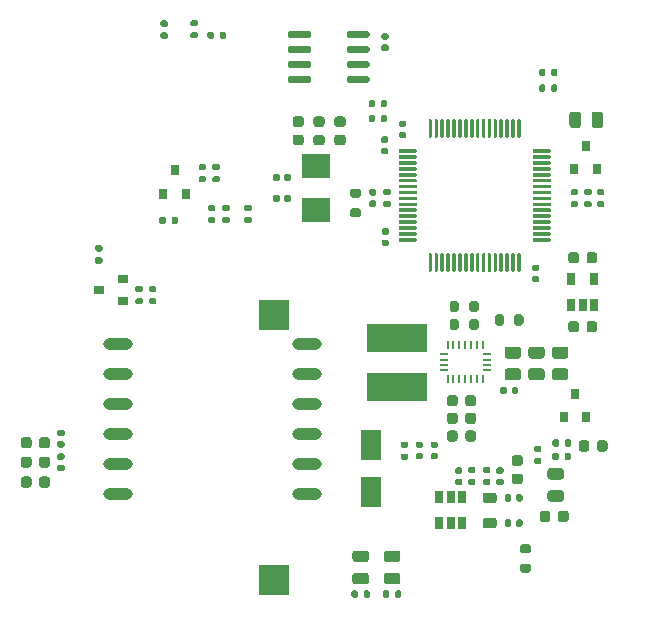
<source format=gbr>
%TF.GenerationSoftware,KiCad,Pcbnew,(5.1.9)-1*%
%TF.CreationDate,2021-03-08T10:45:14+00:00*%
%TF.ProjectId,gps_tracker_basic,6770735f-7472-4616-936b-65725f626173,1.0*%
%TF.SameCoordinates,Original*%
%TF.FileFunction,Paste,Top*%
%TF.FilePolarity,Positive*%
%FSLAX46Y46*%
G04 Gerber Fmt 4.6, Leading zero omitted, Abs format (unit mm)*
G04 Created by KiCad (PCBNEW (5.1.9)-1) date 2021-03-08 10:45:14*
%MOMM*%
%LPD*%
G01*
G04 APERTURE LIST*
%ADD10O,2.500000X1.000000*%
%ADD11R,2.500000X2.500000*%
%ADD12R,0.900000X0.800000*%
%ADD13R,5.100000X2.350000*%
%ADD14R,1.800000X2.500000*%
%ADD15R,0.800000X0.900000*%
%ADD16R,0.650000X1.060000*%
%ADD17R,0.775000X0.220000*%
%ADD18R,0.250000X0.700000*%
%ADD19R,2.400000X2.000000*%
G04 APERTURE END LIST*
%TO.C,C31*%
G36*
G01*
X144634799Y-103651000D02*
X145534801Y-103651000D01*
G75*
G02*
X145784800Y-103900999I0J-249999D01*
G01*
X145784800Y-104426001D01*
G75*
G02*
X145534801Y-104676000I-249999J0D01*
G01*
X144634799Y-104676000D01*
G75*
G02*
X144384800Y-104426001I0J249999D01*
G01*
X144384800Y-103900999D01*
G75*
G02*
X144634799Y-103651000I249999J0D01*
G01*
G37*
G36*
G01*
X144634799Y-101826000D02*
X145534801Y-101826000D01*
G75*
G02*
X145784800Y-102075999I0J-249999D01*
G01*
X145784800Y-102601001D01*
G75*
G02*
X145534801Y-102851000I-249999J0D01*
G01*
X144634799Y-102851000D01*
G75*
G02*
X144384800Y-102601001I0J249999D01*
G01*
X144384800Y-102075999D01*
G75*
G02*
X144634799Y-101826000I249999J0D01*
G01*
G37*
%TD*%
%TO.C,C30*%
G36*
G01*
X146641399Y-103651000D02*
X147541401Y-103651000D01*
G75*
G02*
X147791400Y-103900999I0J-249999D01*
G01*
X147791400Y-104426001D01*
G75*
G02*
X147541401Y-104676000I-249999J0D01*
G01*
X146641399Y-104676000D01*
G75*
G02*
X146391400Y-104426001I0J249999D01*
G01*
X146391400Y-103900999D01*
G75*
G02*
X146641399Y-103651000I249999J0D01*
G01*
G37*
G36*
G01*
X146641399Y-101826000D02*
X147541401Y-101826000D01*
G75*
G02*
X147791400Y-102075999I0J-249999D01*
G01*
X147791400Y-102601001D01*
G75*
G02*
X147541401Y-102851000I-249999J0D01*
G01*
X146641399Y-102851000D01*
G75*
G02*
X146391400Y-102601001I0J249999D01*
G01*
X146391400Y-102075999D01*
G75*
G02*
X146641399Y-101826000I249999J0D01*
G01*
G37*
%TD*%
%TO.C,C32*%
G36*
G01*
X148647999Y-103651000D02*
X149548001Y-103651000D01*
G75*
G02*
X149798000Y-103900999I0J-249999D01*
G01*
X149798000Y-104426001D01*
G75*
G02*
X149548001Y-104676000I-249999J0D01*
G01*
X148647999Y-104676000D01*
G75*
G02*
X148398000Y-104426001I0J249999D01*
G01*
X148398000Y-103900999D01*
G75*
G02*
X148647999Y-103651000I249999J0D01*
G01*
G37*
G36*
G01*
X148647999Y-101826000D02*
X149548001Y-101826000D01*
G75*
G02*
X149798000Y-102075999I0J-249999D01*
G01*
X149798000Y-102601001D01*
G75*
G02*
X149548001Y-102851000I-249999J0D01*
G01*
X148647999Y-102851000D01*
G75*
G02*
X148398000Y-102601001I0J249999D01*
G01*
X148398000Y-102075999D01*
G75*
G02*
X148647999Y-101826000I249999J0D01*
G01*
G37*
%TD*%
D10*
%TO.C,U10*%
X111672300Y-104137600D03*
X127672300Y-111757600D03*
X111672300Y-109217600D03*
X127672300Y-106677600D03*
X111672300Y-101597600D03*
X127672300Y-114297600D03*
X127672300Y-104137600D03*
X111672300Y-114297600D03*
X127672300Y-101597600D03*
X127672300Y-109217600D03*
X111672300Y-106677600D03*
X111672300Y-111757600D03*
%TD*%
D11*
%TO.C,U4*%
X124873300Y-121621700D03*
X124873300Y-99111700D03*
%TD*%
%TO.C,R33*%
G36*
G01*
X109848000Y-94255700D02*
X110218000Y-94255700D01*
G75*
G02*
X110353000Y-94390700I0J-135000D01*
G01*
X110353000Y-94660700D01*
G75*
G02*
X110218000Y-94795700I-135000J0D01*
G01*
X109848000Y-94795700D01*
G75*
G02*
X109713000Y-94660700I0J135000D01*
G01*
X109713000Y-94390700D01*
G75*
G02*
X109848000Y-94255700I135000J0D01*
G01*
G37*
G36*
G01*
X109848000Y-93235700D02*
X110218000Y-93235700D01*
G75*
G02*
X110353000Y-93370700I0J-135000D01*
G01*
X110353000Y-93640700D01*
G75*
G02*
X110218000Y-93775700I-135000J0D01*
G01*
X109848000Y-93775700D01*
G75*
G02*
X109713000Y-93640700I0J135000D01*
G01*
X109713000Y-93370700D01*
G75*
G02*
X109848000Y-93235700I135000J0D01*
G01*
G37*
%TD*%
%TO.C,R11*%
G36*
G01*
X113634300Y-97230100D02*
X113264300Y-97230100D01*
G75*
G02*
X113129300Y-97095100I0J135000D01*
G01*
X113129300Y-96825100D01*
G75*
G02*
X113264300Y-96690100I135000J0D01*
G01*
X113634300Y-96690100D01*
G75*
G02*
X113769300Y-96825100I0J-135000D01*
G01*
X113769300Y-97095100D01*
G75*
G02*
X113634300Y-97230100I-135000J0D01*
G01*
G37*
G36*
G01*
X113634300Y-98250100D02*
X113264300Y-98250100D01*
G75*
G02*
X113129300Y-98115100I0J135000D01*
G01*
X113129300Y-97845100D01*
G75*
G02*
X113264300Y-97710100I135000J0D01*
G01*
X113634300Y-97710100D01*
G75*
G02*
X113769300Y-97845100I0J-135000D01*
G01*
X113769300Y-98115100D01*
G75*
G02*
X113634300Y-98250100I-135000J0D01*
G01*
G37*
%TD*%
%TO.C,R7*%
G36*
G01*
X114777300Y-97230100D02*
X114407300Y-97230100D01*
G75*
G02*
X114272300Y-97095100I0J135000D01*
G01*
X114272300Y-96825100D01*
G75*
G02*
X114407300Y-96690100I135000J0D01*
G01*
X114777300Y-96690100D01*
G75*
G02*
X114912300Y-96825100I0J-135000D01*
G01*
X114912300Y-97095100D01*
G75*
G02*
X114777300Y-97230100I-135000J0D01*
G01*
G37*
G36*
G01*
X114777300Y-98250100D02*
X114407300Y-98250100D01*
G75*
G02*
X114272300Y-98115100I0J135000D01*
G01*
X114272300Y-97845100D01*
G75*
G02*
X114407300Y-97710100I135000J0D01*
G01*
X114777300Y-97710100D01*
G75*
G02*
X114912300Y-97845100I0J-135000D01*
G01*
X114912300Y-98115100D01*
G75*
G02*
X114777300Y-98250100I-135000J0D01*
G01*
G37*
%TD*%
D12*
%TO.C,Q4*%
X110087100Y-97025600D03*
X112087100Y-96075600D03*
X112087100Y-97975600D03*
%TD*%
%TO.C,C17*%
G36*
G01*
X104335900Y-111355200D02*
X104335900Y-111855200D01*
G75*
G02*
X104110900Y-112080200I-225000J0D01*
G01*
X103660900Y-112080200D01*
G75*
G02*
X103435900Y-111855200I0J225000D01*
G01*
X103435900Y-111355200D01*
G75*
G02*
X103660900Y-111130200I225000J0D01*
G01*
X104110900Y-111130200D01*
G75*
G02*
X104335900Y-111355200I0J-225000D01*
G01*
G37*
G36*
G01*
X105885900Y-111355200D02*
X105885900Y-111855200D01*
G75*
G02*
X105660900Y-112080200I-225000J0D01*
G01*
X105210900Y-112080200D01*
G75*
G02*
X104985900Y-111855200I0J225000D01*
G01*
X104985900Y-111355200D01*
G75*
G02*
X105210900Y-111130200I225000J0D01*
G01*
X105660900Y-111130200D01*
G75*
G02*
X105885900Y-111355200I0J-225000D01*
G01*
G37*
%TD*%
%TO.C,C33*%
G36*
G01*
X106989900Y-109424000D02*
X106649900Y-109424000D01*
G75*
G02*
X106509900Y-109284000I0J140000D01*
G01*
X106509900Y-109004000D01*
G75*
G02*
X106649900Y-108864000I140000J0D01*
G01*
X106989900Y-108864000D01*
G75*
G02*
X107129900Y-109004000I0J-140000D01*
G01*
X107129900Y-109284000D01*
G75*
G02*
X106989900Y-109424000I-140000J0D01*
G01*
G37*
G36*
G01*
X106989900Y-110384000D02*
X106649900Y-110384000D01*
G75*
G02*
X106509900Y-110244000I0J140000D01*
G01*
X106509900Y-109964000D01*
G75*
G02*
X106649900Y-109824000I140000J0D01*
G01*
X106989900Y-109824000D01*
G75*
G02*
X107129900Y-109964000I0J-140000D01*
G01*
X107129900Y-110244000D01*
G75*
G02*
X106989900Y-110384000I-140000J0D01*
G01*
G37*
%TD*%
%TO.C,C18*%
G36*
G01*
X104335900Y-113044300D02*
X104335900Y-113544300D01*
G75*
G02*
X104110900Y-113769300I-225000J0D01*
G01*
X103660900Y-113769300D01*
G75*
G02*
X103435900Y-113544300I0J225000D01*
G01*
X103435900Y-113044300D01*
G75*
G02*
X103660900Y-112819300I225000J0D01*
G01*
X104110900Y-112819300D01*
G75*
G02*
X104335900Y-113044300I0J-225000D01*
G01*
G37*
G36*
G01*
X105885900Y-113044300D02*
X105885900Y-113544300D01*
G75*
G02*
X105660900Y-113769300I-225000J0D01*
G01*
X105210900Y-113769300D01*
G75*
G02*
X104985900Y-113544300I0J225000D01*
G01*
X104985900Y-113044300D01*
G75*
G02*
X105210900Y-112819300I225000J0D01*
G01*
X105660900Y-112819300D01*
G75*
G02*
X105885900Y-113044300I0J-225000D01*
G01*
G37*
%TD*%
%TO.C,C16*%
G36*
G01*
X104335900Y-109716900D02*
X104335900Y-110216900D01*
G75*
G02*
X104110900Y-110441900I-225000J0D01*
G01*
X103660900Y-110441900D01*
G75*
G02*
X103435900Y-110216900I0J225000D01*
G01*
X103435900Y-109716900D01*
G75*
G02*
X103660900Y-109491900I225000J0D01*
G01*
X104110900Y-109491900D01*
G75*
G02*
X104335900Y-109716900I0J-225000D01*
G01*
G37*
G36*
G01*
X105885900Y-109716900D02*
X105885900Y-110216900D01*
G75*
G02*
X105660900Y-110441900I-225000J0D01*
G01*
X105210900Y-110441900D01*
G75*
G02*
X104985900Y-110216900I0J225000D01*
G01*
X104985900Y-109716900D01*
G75*
G02*
X105210900Y-109491900I225000J0D01*
G01*
X105660900Y-109491900D01*
G75*
G02*
X105885900Y-109716900I0J-225000D01*
G01*
G37*
%TD*%
%TO.C,C15*%
G36*
G01*
X106649900Y-111830600D02*
X106989900Y-111830600D01*
G75*
G02*
X107129900Y-111970600I0J-140000D01*
G01*
X107129900Y-112250600D01*
G75*
G02*
X106989900Y-112390600I-140000J0D01*
G01*
X106649900Y-112390600D01*
G75*
G02*
X106509900Y-112250600I0J140000D01*
G01*
X106509900Y-111970600D01*
G75*
G02*
X106649900Y-111830600I140000J0D01*
G01*
G37*
G36*
G01*
X106649900Y-110870600D02*
X106989900Y-110870600D01*
G75*
G02*
X107129900Y-111010600I0J-140000D01*
G01*
X107129900Y-111290600D01*
G75*
G02*
X106989900Y-111430600I-140000J0D01*
G01*
X106649900Y-111430600D01*
G75*
G02*
X106509900Y-111290600I0J140000D01*
G01*
X106509900Y-111010600D01*
G75*
G02*
X106649900Y-110870600I140000J0D01*
G01*
G37*
%TD*%
%TO.C,R2*%
G36*
G01*
X131487500Y-90087000D02*
X132037500Y-90087000D01*
G75*
G02*
X132237500Y-90287000I0J-200000D01*
G01*
X132237500Y-90687000D01*
G75*
G02*
X132037500Y-90887000I-200000J0D01*
G01*
X131487500Y-90887000D01*
G75*
G02*
X131287500Y-90687000I0J200000D01*
G01*
X131287500Y-90287000D01*
G75*
G02*
X131487500Y-90087000I200000J0D01*
G01*
G37*
G36*
G01*
X131487500Y-88437000D02*
X132037500Y-88437000D01*
G75*
G02*
X132237500Y-88637000I0J-200000D01*
G01*
X132237500Y-89037000D01*
G75*
G02*
X132037500Y-89237000I-200000J0D01*
G01*
X131487500Y-89237000D01*
G75*
G02*
X131287500Y-89037000I0J200000D01*
G01*
X131287500Y-88637000D01*
G75*
G02*
X131487500Y-88437000I200000J0D01*
G01*
G37*
%TD*%
%TO.C,R12*%
G36*
G01*
X134634000Y-122598600D02*
X134634000Y-122968600D01*
G75*
G02*
X134499000Y-123103600I-135000J0D01*
G01*
X134229000Y-123103600D01*
G75*
G02*
X134094000Y-122968600I0J135000D01*
G01*
X134094000Y-122598600D01*
G75*
G02*
X134229000Y-122463600I135000J0D01*
G01*
X134499000Y-122463600D01*
G75*
G02*
X134634000Y-122598600I0J-135000D01*
G01*
G37*
G36*
G01*
X135654000Y-122598600D02*
X135654000Y-122968600D01*
G75*
G02*
X135519000Y-123103600I-135000J0D01*
G01*
X135249000Y-123103600D01*
G75*
G02*
X135114000Y-122968600I0J135000D01*
G01*
X135114000Y-122598600D01*
G75*
G02*
X135249000Y-122463600I135000J0D01*
G01*
X135519000Y-122463600D01*
G75*
G02*
X135654000Y-122598600I0J-135000D01*
G01*
G37*
%TD*%
%TO.C,R26*%
G36*
G01*
X145902000Y-120186000D02*
X146452000Y-120186000D01*
G75*
G02*
X146652000Y-120386000I0J-200000D01*
G01*
X146652000Y-120786000D01*
G75*
G02*
X146452000Y-120986000I-200000J0D01*
G01*
X145902000Y-120986000D01*
G75*
G02*
X145702000Y-120786000I0J200000D01*
G01*
X145702000Y-120386000D01*
G75*
G02*
X145902000Y-120186000I200000J0D01*
G01*
G37*
G36*
G01*
X145902000Y-118536000D02*
X146452000Y-118536000D01*
G75*
G02*
X146652000Y-118736000I0J-200000D01*
G01*
X146652000Y-119136000D01*
G75*
G02*
X146452000Y-119336000I-200000J0D01*
G01*
X145902000Y-119336000D01*
G75*
G02*
X145702000Y-119136000I0J200000D01*
G01*
X145702000Y-118736000D01*
G75*
G02*
X145902000Y-118536000I200000J0D01*
G01*
G37*
%TD*%
D13*
%TO.C,L3*%
X135255000Y-101074400D03*
X135255000Y-105224400D03*
%TD*%
%TO.C,C21*%
G36*
G01*
X145715800Y-111917600D02*
X145215800Y-111917600D01*
G75*
G02*
X144990800Y-111692600I0J225000D01*
G01*
X144990800Y-111242600D01*
G75*
G02*
X145215800Y-111017600I225000J0D01*
G01*
X145715800Y-111017600D01*
G75*
G02*
X145940800Y-111242600I0J-225000D01*
G01*
X145940800Y-111692600D01*
G75*
G02*
X145715800Y-111917600I-225000J0D01*
G01*
G37*
G36*
G01*
X145715800Y-113467600D02*
X145215800Y-113467600D01*
G75*
G02*
X144990800Y-113242600I0J225000D01*
G01*
X144990800Y-112792600D01*
G75*
G02*
X145215800Y-112567600I225000J0D01*
G01*
X145715800Y-112567600D01*
G75*
G02*
X145940800Y-112792600I0J-225000D01*
G01*
X145940800Y-113242600D01*
G75*
G02*
X145715800Y-113467600I-225000J0D01*
G01*
G37*
%TD*%
%TO.C,C3*%
G36*
G01*
X126661100Y-83865600D02*
X127161100Y-83865600D01*
G75*
G02*
X127386100Y-84090600I0J-225000D01*
G01*
X127386100Y-84540600D01*
G75*
G02*
X127161100Y-84765600I-225000J0D01*
G01*
X126661100Y-84765600D01*
G75*
G02*
X126436100Y-84540600I0J225000D01*
G01*
X126436100Y-84090600D01*
G75*
G02*
X126661100Y-83865600I225000J0D01*
G01*
G37*
G36*
G01*
X126661100Y-82315600D02*
X127161100Y-82315600D01*
G75*
G02*
X127386100Y-82540600I0J-225000D01*
G01*
X127386100Y-82990600D01*
G75*
G02*
X127161100Y-83215600I-225000J0D01*
G01*
X126661100Y-83215600D01*
G75*
G02*
X126436100Y-82990600I0J225000D01*
G01*
X126436100Y-82540600D01*
G75*
G02*
X126661100Y-82315600I225000J0D01*
G01*
G37*
%TD*%
%TO.C,C1*%
G36*
G01*
X125339500Y-87333000D02*
X125339500Y-87673000D01*
G75*
G02*
X125199500Y-87813000I-140000J0D01*
G01*
X124919500Y-87813000D01*
G75*
G02*
X124779500Y-87673000I0J140000D01*
G01*
X124779500Y-87333000D01*
G75*
G02*
X124919500Y-87193000I140000J0D01*
G01*
X125199500Y-87193000D01*
G75*
G02*
X125339500Y-87333000I0J-140000D01*
G01*
G37*
G36*
G01*
X126299500Y-87333000D02*
X126299500Y-87673000D01*
G75*
G02*
X126159500Y-87813000I-140000J0D01*
G01*
X125879500Y-87813000D01*
G75*
G02*
X125739500Y-87673000I0J140000D01*
G01*
X125739500Y-87333000D01*
G75*
G02*
X125879500Y-87193000I140000J0D01*
G01*
X126159500Y-87193000D01*
G75*
G02*
X126299500Y-87333000I0J-140000D01*
G01*
G37*
%TD*%
%TO.C,C2*%
G36*
G01*
X125339500Y-89111000D02*
X125339500Y-89451000D01*
G75*
G02*
X125199500Y-89591000I-140000J0D01*
G01*
X124919500Y-89591000D01*
G75*
G02*
X124779500Y-89451000I0J140000D01*
G01*
X124779500Y-89111000D01*
G75*
G02*
X124919500Y-88971000I140000J0D01*
G01*
X125199500Y-88971000D01*
G75*
G02*
X125339500Y-89111000I0J-140000D01*
G01*
G37*
G36*
G01*
X126299500Y-89111000D02*
X126299500Y-89451000D01*
G75*
G02*
X126159500Y-89591000I-140000J0D01*
G01*
X125879500Y-89591000D01*
G75*
G02*
X125739500Y-89451000I0J140000D01*
G01*
X125739500Y-89111000D01*
G75*
G02*
X125879500Y-88971000I140000J0D01*
G01*
X126159500Y-88971000D01*
G75*
G02*
X126299500Y-89111000I0J-140000D01*
G01*
G37*
%TD*%
%TO.C,C4*%
G36*
G01*
X130704400Y-83228300D02*
X130204400Y-83228300D01*
G75*
G02*
X129979400Y-83003300I0J225000D01*
G01*
X129979400Y-82553300D01*
G75*
G02*
X130204400Y-82328300I225000J0D01*
G01*
X130704400Y-82328300D01*
G75*
G02*
X130929400Y-82553300I0J-225000D01*
G01*
X130929400Y-83003300D01*
G75*
G02*
X130704400Y-83228300I-225000J0D01*
G01*
G37*
G36*
G01*
X130704400Y-84778300D02*
X130204400Y-84778300D01*
G75*
G02*
X129979400Y-84553300I0J225000D01*
G01*
X129979400Y-84103300D01*
G75*
G02*
X130204400Y-83878300I225000J0D01*
G01*
X130704400Y-83878300D01*
G75*
G02*
X130929400Y-84103300I0J-225000D01*
G01*
X130929400Y-84553300D01*
G75*
G02*
X130704400Y-84778300I-225000J0D01*
G01*
G37*
%TD*%
%TO.C,C5*%
G36*
G01*
X134132500Y-92757600D02*
X134472500Y-92757600D01*
G75*
G02*
X134612500Y-92897600I0J-140000D01*
G01*
X134612500Y-93177600D01*
G75*
G02*
X134472500Y-93317600I-140000J0D01*
G01*
X134132500Y-93317600D01*
G75*
G02*
X133992500Y-93177600I0J140000D01*
G01*
X133992500Y-92897600D01*
G75*
G02*
X134132500Y-92757600I140000J0D01*
G01*
G37*
G36*
G01*
X134132500Y-91797600D02*
X134472500Y-91797600D01*
G75*
G02*
X134612500Y-91937600I0J-140000D01*
G01*
X134612500Y-92217600D01*
G75*
G02*
X134472500Y-92357600I-140000J0D01*
G01*
X134132500Y-92357600D01*
G75*
G02*
X133992500Y-92217600I0J140000D01*
G01*
X133992500Y-91937600D01*
G75*
G02*
X134132500Y-91797600I140000J0D01*
G01*
G37*
%TD*%
%TO.C,C6*%
G36*
G01*
X133063160Y-89430200D02*
X133403160Y-89430200D01*
G75*
G02*
X133543160Y-89570200I0J-140000D01*
G01*
X133543160Y-89850200D01*
G75*
G02*
X133403160Y-89990200I-140000J0D01*
G01*
X133063160Y-89990200D01*
G75*
G02*
X132923160Y-89850200I0J140000D01*
G01*
X132923160Y-89570200D01*
G75*
G02*
X133063160Y-89430200I140000J0D01*
G01*
G37*
G36*
G01*
X133063160Y-88470200D02*
X133403160Y-88470200D01*
G75*
G02*
X133543160Y-88610200I0J-140000D01*
G01*
X133543160Y-88890200D01*
G75*
G02*
X133403160Y-89030200I-140000J0D01*
G01*
X133063160Y-89030200D01*
G75*
G02*
X132923160Y-88890200I0J140000D01*
G01*
X132923160Y-88610200D01*
G75*
G02*
X133063160Y-88470200I140000J0D01*
G01*
G37*
%TD*%
%TO.C,C7*%
G36*
G01*
X135593000Y-83639000D02*
X135933000Y-83639000D01*
G75*
G02*
X136073000Y-83779000I0J-140000D01*
G01*
X136073000Y-84059000D01*
G75*
G02*
X135933000Y-84199000I-140000J0D01*
G01*
X135593000Y-84199000D01*
G75*
G02*
X135453000Y-84059000I0J140000D01*
G01*
X135453000Y-83779000D01*
G75*
G02*
X135593000Y-83639000I140000J0D01*
G01*
G37*
G36*
G01*
X135593000Y-82679000D02*
X135933000Y-82679000D01*
G75*
G02*
X136073000Y-82819000I0J-140000D01*
G01*
X136073000Y-83099000D01*
G75*
G02*
X135933000Y-83239000I-140000J0D01*
G01*
X135593000Y-83239000D01*
G75*
G02*
X135453000Y-83099000I0J140000D01*
G01*
X135453000Y-82819000D01*
G75*
G02*
X135593000Y-82679000I140000J0D01*
G01*
G37*
%TD*%
%TO.C,C8*%
G36*
G01*
X134409000Y-84585200D02*
X134069000Y-84585200D01*
G75*
G02*
X133929000Y-84445200I0J140000D01*
G01*
X133929000Y-84165200D01*
G75*
G02*
X134069000Y-84025200I140000J0D01*
G01*
X134409000Y-84025200D01*
G75*
G02*
X134549000Y-84165200I0J-140000D01*
G01*
X134549000Y-84445200D01*
G75*
G02*
X134409000Y-84585200I-140000J0D01*
G01*
G37*
G36*
G01*
X134409000Y-85545200D02*
X134069000Y-85545200D01*
G75*
G02*
X133929000Y-85405200I0J140000D01*
G01*
X133929000Y-85125200D01*
G75*
G02*
X134069000Y-84985200I140000J0D01*
G01*
X134409000Y-84985200D01*
G75*
G02*
X134549000Y-85125200I0J-140000D01*
G01*
X134549000Y-85405200D01*
G75*
G02*
X134409000Y-85545200I-140000J0D01*
G01*
G37*
%TD*%
%TO.C,C9*%
G36*
G01*
X146845200Y-95831000D02*
X147185200Y-95831000D01*
G75*
G02*
X147325200Y-95971000I0J-140000D01*
G01*
X147325200Y-96251000D01*
G75*
G02*
X147185200Y-96391000I-140000J0D01*
G01*
X146845200Y-96391000D01*
G75*
G02*
X146705200Y-96251000I0J140000D01*
G01*
X146705200Y-95971000D01*
G75*
G02*
X146845200Y-95831000I140000J0D01*
G01*
G37*
G36*
G01*
X146845200Y-94871000D02*
X147185200Y-94871000D01*
G75*
G02*
X147325200Y-95011000I0J-140000D01*
G01*
X147325200Y-95291000D01*
G75*
G02*
X147185200Y-95431000I-140000J0D01*
G01*
X146845200Y-95431000D01*
G75*
G02*
X146705200Y-95291000I0J140000D01*
G01*
X146705200Y-95011000D01*
G75*
G02*
X146845200Y-94871000I140000J0D01*
G01*
G37*
%TD*%
%TO.C,C10*%
G36*
G01*
X144162600Y-112601400D02*
X143822600Y-112601400D01*
G75*
G02*
X143682600Y-112461400I0J140000D01*
G01*
X143682600Y-112181400D01*
G75*
G02*
X143822600Y-112041400I140000J0D01*
G01*
X144162600Y-112041400D01*
G75*
G02*
X144302600Y-112181400I0J-140000D01*
G01*
X144302600Y-112461400D01*
G75*
G02*
X144162600Y-112601400I-140000J0D01*
G01*
G37*
G36*
G01*
X144162600Y-113561400D02*
X143822600Y-113561400D01*
G75*
G02*
X143682600Y-113421400I0J140000D01*
G01*
X143682600Y-113141400D01*
G75*
G02*
X143822600Y-113001400I140000J0D01*
G01*
X144162600Y-113001400D01*
G75*
G02*
X144302600Y-113141400I0J-140000D01*
G01*
X144302600Y-113421400D01*
G75*
G02*
X144162600Y-113561400I-140000J0D01*
G01*
G37*
%TD*%
%TO.C,C11*%
G36*
G01*
X140682800Y-112601400D02*
X140342800Y-112601400D01*
G75*
G02*
X140202800Y-112461400I0J140000D01*
G01*
X140202800Y-112181400D01*
G75*
G02*
X140342800Y-112041400I140000J0D01*
G01*
X140682800Y-112041400D01*
G75*
G02*
X140822800Y-112181400I0J-140000D01*
G01*
X140822800Y-112461400D01*
G75*
G02*
X140682800Y-112601400I-140000J0D01*
G01*
G37*
G36*
G01*
X140682800Y-113561400D02*
X140342800Y-113561400D01*
G75*
G02*
X140202800Y-113421400I0J140000D01*
G01*
X140202800Y-113141400D01*
G75*
G02*
X140342800Y-113001400I140000J0D01*
G01*
X140682800Y-113001400D01*
G75*
G02*
X140822800Y-113141400I0J-140000D01*
G01*
X140822800Y-113421400D01*
G75*
G02*
X140682800Y-113561400I-140000J0D01*
G01*
G37*
%TD*%
%TO.C,C12*%
G36*
G01*
X138600000Y-110417000D02*
X138260000Y-110417000D01*
G75*
G02*
X138120000Y-110277000I0J140000D01*
G01*
X138120000Y-109997000D01*
G75*
G02*
X138260000Y-109857000I140000J0D01*
G01*
X138600000Y-109857000D01*
G75*
G02*
X138740000Y-109997000I0J-140000D01*
G01*
X138740000Y-110277000D01*
G75*
G02*
X138600000Y-110417000I-140000J0D01*
G01*
G37*
G36*
G01*
X138600000Y-111377000D02*
X138260000Y-111377000D01*
G75*
G02*
X138120000Y-111237000I0J140000D01*
G01*
X138120000Y-110957000D01*
G75*
G02*
X138260000Y-110817000I140000J0D01*
G01*
X138600000Y-110817000D01*
G75*
G02*
X138740000Y-110957000I0J-140000D01*
G01*
X138740000Y-111237000D01*
G75*
G02*
X138600000Y-111377000I-140000J0D01*
G01*
G37*
%TD*%
%TO.C,C13*%
G36*
G01*
X137330000Y-110417000D02*
X136990000Y-110417000D01*
G75*
G02*
X136850000Y-110277000I0J140000D01*
G01*
X136850000Y-109997000D01*
G75*
G02*
X136990000Y-109857000I140000J0D01*
G01*
X137330000Y-109857000D01*
G75*
G02*
X137470000Y-109997000I0J-140000D01*
G01*
X137470000Y-110277000D01*
G75*
G02*
X137330000Y-110417000I-140000J0D01*
G01*
G37*
G36*
G01*
X137330000Y-111377000D02*
X136990000Y-111377000D01*
G75*
G02*
X136850000Y-111237000I0J140000D01*
G01*
X136850000Y-110957000D01*
G75*
G02*
X136990000Y-110817000I140000J0D01*
G01*
X137330000Y-110817000D01*
G75*
G02*
X137470000Y-110957000I0J-140000D01*
G01*
X137470000Y-111237000D01*
G75*
G02*
X137330000Y-111377000I-140000J0D01*
G01*
G37*
%TD*%
%TO.C,C14*%
G36*
G01*
X134094400Y-76234900D02*
X134434400Y-76234900D01*
G75*
G02*
X134574400Y-76374900I0J-140000D01*
G01*
X134574400Y-76654900D01*
G75*
G02*
X134434400Y-76794900I-140000J0D01*
G01*
X134094400Y-76794900D01*
G75*
G02*
X133954400Y-76654900I0J140000D01*
G01*
X133954400Y-76374900D01*
G75*
G02*
X134094400Y-76234900I140000J0D01*
G01*
G37*
G36*
G01*
X134094400Y-75274900D02*
X134434400Y-75274900D01*
G75*
G02*
X134574400Y-75414900I0J-140000D01*
G01*
X134574400Y-75694900D01*
G75*
G02*
X134434400Y-75834900I-140000J0D01*
G01*
X134094400Y-75834900D01*
G75*
G02*
X133954400Y-75694900I0J140000D01*
G01*
X133954400Y-75414900D01*
G75*
G02*
X134094400Y-75274900I140000J0D01*
G01*
G37*
%TD*%
%TO.C,C19*%
G36*
G01*
X145361000Y-116933800D02*
X145361000Y-116593800D01*
G75*
G02*
X145501000Y-116453800I140000J0D01*
G01*
X145781000Y-116453800D01*
G75*
G02*
X145921000Y-116593800I0J-140000D01*
G01*
X145921000Y-116933800D01*
G75*
G02*
X145781000Y-117073800I-140000J0D01*
G01*
X145501000Y-117073800D01*
G75*
G02*
X145361000Y-116933800I0J140000D01*
G01*
G37*
G36*
G01*
X144401000Y-116933800D02*
X144401000Y-116593800D01*
G75*
G02*
X144541000Y-116453800I140000J0D01*
G01*
X144821000Y-116453800D01*
G75*
G02*
X144961000Y-116593800I0J-140000D01*
G01*
X144961000Y-116933800D01*
G75*
G02*
X144821000Y-117073800I-140000J0D01*
G01*
X144541000Y-117073800D01*
G75*
G02*
X144401000Y-116933800I0J140000D01*
G01*
G37*
%TD*%
%TO.C,C20*%
G36*
G01*
X145361000Y-114800200D02*
X145361000Y-114460200D01*
G75*
G02*
X145501000Y-114320200I140000J0D01*
G01*
X145781000Y-114320200D01*
G75*
G02*
X145921000Y-114460200I0J-140000D01*
G01*
X145921000Y-114800200D01*
G75*
G02*
X145781000Y-114940200I-140000J0D01*
G01*
X145501000Y-114940200D01*
G75*
G02*
X145361000Y-114800200I0J140000D01*
G01*
G37*
G36*
G01*
X144401000Y-114800200D02*
X144401000Y-114460200D01*
G75*
G02*
X144541000Y-114320200I140000J0D01*
G01*
X144821000Y-114320200D01*
G75*
G02*
X144961000Y-114460200I0J-140000D01*
G01*
X144961000Y-114800200D01*
G75*
G02*
X144821000Y-114940200I-140000J0D01*
G01*
X144541000Y-114940200D01*
G75*
G02*
X144401000Y-114800200I0J140000D01*
G01*
G37*
%TD*%
%TO.C,C22*%
G36*
G01*
X140416400Y-109147800D02*
X140416400Y-109647800D01*
G75*
G02*
X140191400Y-109872800I-225000J0D01*
G01*
X139741400Y-109872800D01*
G75*
G02*
X139516400Y-109647800I0J225000D01*
G01*
X139516400Y-109147800D01*
G75*
G02*
X139741400Y-108922800I225000J0D01*
G01*
X140191400Y-108922800D01*
G75*
G02*
X140416400Y-109147800I0J-225000D01*
G01*
G37*
G36*
G01*
X141966400Y-109147800D02*
X141966400Y-109647800D01*
G75*
G02*
X141741400Y-109872800I-225000J0D01*
G01*
X141291400Y-109872800D01*
G75*
G02*
X141066400Y-109647800I0J225000D01*
G01*
X141066400Y-109147800D01*
G75*
G02*
X141291400Y-108922800I225000J0D01*
G01*
X141741400Y-108922800D01*
G75*
G02*
X141966400Y-109147800I0J-225000D01*
G01*
G37*
%TD*%
%TO.C,C23*%
G36*
G01*
X140416400Y-107649200D02*
X140416400Y-108149200D01*
G75*
G02*
X140191400Y-108374200I-225000J0D01*
G01*
X139741400Y-108374200D01*
G75*
G02*
X139516400Y-108149200I0J225000D01*
G01*
X139516400Y-107649200D01*
G75*
G02*
X139741400Y-107424200I225000J0D01*
G01*
X140191400Y-107424200D01*
G75*
G02*
X140416400Y-107649200I0J-225000D01*
G01*
G37*
G36*
G01*
X141966400Y-107649200D02*
X141966400Y-108149200D01*
G75*
G02*
X141741400Y-108374200I-225000J0D01*
G01*
X141291400Y-108374200D01*
G75*
G02*
X141066400Y-108149200I0J225000D01*
G01*
X141066400Y-107649200D01*
G75*
G02*
X141291400Y-107424200I225000J0D01*
G01*
X141741400Y-107424200D01*
G75*
G02*
X141966400Y-107649200I0J-225000D01*
G01*
G37*
%TD*%
%TO.C,C24*%
G36*
G01*
X140416400Y-106150600D02*
X140416400Y-106650600D01*
G75*
G02*
X140191400Y-106875600I-225000J0D01*
G01*
X139741400Y-106875600D01*
G75*
G02*
X139516400Y-106650600I0J225000D01*
G01*
X139516400Y-106150600D01*
G75*
G02*
X139741400Y-105925600I225000J0D01*
G01*
X140191400Y-105925600D01*
G75*
G02*
X140416400Y-106150600I0J-225000D01*
G01*
G37*
G36*
G01*
X141966400Y-106150600D02*
X141966400Y-106650600D01*
G75*
G02*
X141741400Y-106875600I-225000J0D01*
G01*
X141291400Y-106875600D01*
G75*
G02*
X141066400Y-106650600I0J225000D01*
G01*
X141066400Y-106150600D01*
G75*
G02*
X141291400Y-105925600I225000J0D01*
G01*
X141741400Y-105925600D01*
G75*
G02*
X141966400Y-106150600I0J-225000D01*
G01*
G37*
%TD*%
%TO.C,C25*%
G36*
G01*
X144980000Y-105707000D02*
X144980000Y-105367000D01*
G75*
G02*
X145120000Y-105227000I140000J0D01*
G01*
X145400000Y-105227000D01*
G75*
G02*
X145540000Y-105367000I0J-140000D01*
G01*
X145540000Y-105707000D01*
G75*
G02*
X145400000Y-105847000I-140000J0D01*
G01*
X145120000Y-105847000D01*
G75*
G02*
X144980000Y-105707000I0J140000D01*
G01*
G37*
G36*
G01*
X144020000Y-105707000D02*
X144020000Y-105367000D01*
G75*
G02*
X144160000Y-105227000I140000J0D01*
G01*
X144440000Y-105227000D01*
G75*
G02*
X144580000Y-105367000I0J-140000D01*
G01*
X144580000Y-105707000D01*
G75*
G02*
X144440000Y-105847000I-140000J0D01*
G01*
X144160000Y-105847000D01*
G75*
G02*
X144020000Y-105707000I0J140000D01*
G01*
G37*
%TD*%
%TO.C,C26*%
G36*
G01*
X148915000Y-116455000D02*
X148915000Y-115955000D01*
G75*
G02*
X149140000Y-115730000I225000J0D01*
G01*
X149590000Y-115730000D01*
G75*
G02*
X149815000Y-115955000I0J-225000D01*
G01*
X149815000Y-116455000D01*
G75*
G02*
X149590000Y-116680000I-225000J0D01*
G01*
X149140000Y-116680000D01*
G75*
G02*
X148915000Y-116455000I0J225000D01*
G01*
G37*
G36*
G01*
X147365000Y-116455000D02*
X147365000Y-115955000D01*
G75*
G02*
X147590000Y-115730000I225000J0D01*
G01*
X148040000Y-115730000D01*
G75*
G02*
X148265000Y-115955000I0J-225000D01*
G01*
X148265000Y-116455000D01*
G75*
G02*
X148040000Y-116680000I-225000J0D01*
G01*
X147590000Y-116680000D01*
G75*
G02*
X147365000Y-116455000I0J225000D01*
G01*
G37*
%TD*%
%TO.C,C27*%
G36*
G01*
X151328000Y-100389500D02*
X151328000Y-99889500D01*
G75*
G02*
X151553000Y-99664500I225000J0D01*
G01*
X152003000Y-99664500D01*
G75*
G02*
X152228000Y-99889500I0J-225000D01*
G01*
X152228000Y-100389500D01*
G75*
G02*
X152003000Y-100614500I-225000J0D01*
G01*
X151553000Y-100614500D01*
G75*
G02*
X151328000Y-100389500I0J225000D01*
G01*
G37*
G36*
G01*
X149778000Y-100389500D02*
X149778000Y-99889500D01*
G75*
G02*
X150003000Y-99664500I225000J0D01*
G01*
X150453000Y-99664500D01*
G75*
G02*
X150678000Y-99889500I0J-225000D01*
G01*
X150678000Y-100389500D01*
G75*
G02*
X150453000Y-100614500I-225000J0D01*
G01*
X150003000Y-100614500D01*
G75*
G02*
X149778000Y-100389500I0J225000D01*
G01*
G37*
%TD*%
%TO.C,C28*%
G36*
G01*
X152217000Y-110486000D02*
X152217000Y-109986000D01*
G75*
G02*
X152442000Y-109761000I225000J0D01*
G01*
X152892000Y-109761000D01*
G75*
G02*
X153117000Y-109986000I0J-225000D01*
G01*
X153117000Y-110486000D01*
G75*
G02*
X152892000Y-110711000I-225000J0D01*
G01*
X152442000Y-110711000D01*
G75*
G02*
X152217000Y-110486000I0J225000D01*
G01*
G37*
G36*
G01*
X150667000Y-110486000D02*
X150667000Y-109986000D01*
G75*
G02*
X150892000Y-109761000I225000J0D01*
G01*
X151342000Y-109761000D01*
G75*
G02*
X151567000Y-109986000I0J-225000D01*
G01*
X151567000Y-110486000D01*
G75*
G02*
X151342000Y-110711000I-225000J0D01*
G01*
X150892000Y-110711000D01*
G75*
G02*
X150667000Y-110486000I0J225000D01*
G01*
G37*
%TD*%
%TO.C,C29*%
G36*
G01*
X151328000Y-94547500D02*
X151328000Y-94047500D01*
G75*
G02*
X151553000Y-93822500I225000J0D01*
G01*
X152003000Y-93822500D01*
G75*
G02*
X152228000Y-94047500I0J-225000D01*
G01*
X152228000Y-94547500D01*
G75*
G02*
X152003000Y-94772500I-225000J0D01*
G01*
X151553000Y-94772500D01*
G75*
G02*
X151328000Y-94547500I0J225000D01*
G01*
G37*
G36*
G01*
X149778000Y-94547500D02*
X149778000Y-94047500D01*
G75*
G02*
X150003000Y-93822500I225000J0D01*
G01*
X150453000Y-93822500D01*
G75*
G02*
X150678000Y-94047500I0J-225000D01*
G01*
X150678000Y-94547500D01*
G75*
G02*
X150453000Y-94772500I-225000J0D01*
G01*
X150003000Y-94772500D01*
G75*
G02*
X149778000Y-94547500I0J225000D01*
G01*
G37*
%TD*%
%TO.C,D1*%
G36*
G01*
X134417750Y-120973000D02*
X135330250Y-120973000D01*
G75*
G02*
X135574000Y-121216750I0J-243750D01*
G01*
X135574000Y-121704250D01*
G75*
G02*
X135330250Y-121948000I-243750J0D01*
G01*
X134417750Y-121948000D01*
G75*
G02*
X134174000Y-121704250I0J243750D01*
G01*
X134174000Y-121216750D01*
G75*
G02*
X134417750Y-120973000I243750J0D01*
G01*
G37*
G36*
G01*
X134417750Y-119098000D02*
X135330250Y-119098000D01*
G75*
G02*
X135574000Y-119341750I0J-243750D01*
G01*
X135574000Y-119829250D01*
G75*
G02*
X135330250Y-120073000I-243750J0D01*
G01*
X134417750Y-120073000D01*
G75*
G02*
X134174000Y-119829250I0J243750D01*
G01*
X134174000Y-119341750D01*
G75*
G02*
X134417750Y-119098000I243750J0D01*
G01*
G37*
%TD*%
%TO.C,D2*%
G36*
G01*
X131750750Y-120973000D02*
X132663250Y-120973000D01*
G75*
G02*
X132907000Y-121216750I0J-243750D01*
G01*
X132907000Y-121704250D01*
G75*
G02*
X132663250Y-121948000I-243750J0D01*
G01*
X131750750Y-121948000D01*
G75*
G02*
X131507000Y-121704250I0J243750D01*
G01*
X131507000Y-121216750D01*
G75*
G02*
X131750750Y-120973000I243750J0D01*
G01*
G37*
G36*
G01*
X131750750Y-119098000D02*
X132663250Y-119098000D01*
G75*
G02*
X132907000Y-119341750I0J-243750D01*
G01*
X132907000Y-119829250D01*
G75*
G02*
X132663250Y-120073000I-243750J0D01*
G01*
X131750750Y-120073000D01*
G75*
G02*
X131507000Y-119829250I0J243750D01*
G01*
X131507000Y-119341750D01*
G75*
G02*
X131750750Y-119098000I243750J0D01*
G01*
G37*
%TD*%
%TO.C,D3*%
G36*
G01*
X151757800Y-83082450D02*
X151757800Y-82169950D01*
G75*
G02*
X152001550Y-81926200I243750J0D01*
G01*
X152489050Y-81926200D01*
G75*
G02*
X152732800Y-82169950I0J-243750D01*
G01*
X152732800Y-83082450D01*
G75*
G02*
X152489050Y-83326200I-243750J0D01*
G01*
X152001550Y-83326200D01*
G75*
G02*
X151757800Y-83082450I0J243750D01*
G01*
G37*
G36*
G01*
X149882800Y-83082450D02*
X149882800Y-82169950D01*
G75*
G02*
X150126550Y-81926200I243750J0D01*
G01*
X150614050Y-81926200D01*
G75*
G02*
X150857800Y-82169950I0J-243750D01*
G01*
X150857800Y-83082450D01*
G75*
G02*
X150614050Y-83326200I-243750J0D01*
G01*
X150126550Y-83326200D01*
G75*
G02*
X149882800Y-83082450I0J243750D01*
G01*
G37*
%TD*%
%TO.C,D4*%
G36*
G01*
X149173250Y-113088000D02*
X148260750Y-113088000D01*
G75*
G02*
X148017000Y-112844250I0J243750D01*
G01*
X148017000Y-112356750D01*
G75*
G02*
X148260750Y-112113000I243750J0D01*
G01*
X149173250Y-112113000D01*
G75*
G02*
X149417000Y-112356750I0J-243750D01*
G01*
X149417000Y-112844250D01*
G75*
G02*
X149173250Y-113088000I-243750J0D01*
G01*
G37*
G36*
G01*
X149173250Y-114963000D02*
X148260750Y-114963000D01*
G75*
G02*
X148017000Y-114719250I0J243750D01*
G01*
X148017000Y-114231750D01*
G75*
G02*
X148260750Y-113988000I243750J0D01*
G01*
X149173250Y-113988000D01*
G75*
G02*
X149417000Y-114231750I0J-243750D01*
G01*
X149417000Y-114719250D01*
G75*
G02*
X149173250Y-114963000I-243750J0D01*
G01*
G37*
%TD*%
D14*
%TO.C,D5*%
X133096000Y-114141000D03*
X133096000Y-110141000D03*
%TD*%
%TO.C,L1*%
G36*
G01*
X128420150Y-83903300D02*
X128932650Y-83903300D01*
G75*
G02*
X129151400Y-84122050I0J-218750D01*
G01*
X129151400Y-84559550D01*
G75*
G02*
X128932650Y-84778300I-218750J0D01*
G01*
X128420150Y-84778300D01*
G75*
G02*
X128201400Y-84559550I0J218750D01*
G01*
X128201400Y-84122050D01*
G75*
G02*
X128420150Y-83903300I218750J0D01*
G01*
G37*
G36*
G01*
X128420150Y-82328300D02*
X128932650Y-82328300D01*
G75*
G02*
X129151400Y-82547050I0J-218750D01*
G01*
X129151400Y-82984550D01*
G75*
G02*
X128932650Y-83203300I-218750J0D01*
G01*
X128420150Y-83203300D01*
G75*
G02*
X128201400Y-82984550I0J218750D01*
G01*
X128201400Y-82547050D01*
G75*
G02*
X128420150Y-82328300I218750J0D01*
G01*
G37*
%TD*%
%TO.C,L2*%
G36*
G01*
X143510250Y-115072000D02*
X142747750Y-115072000D01*
G75*
G02*
X142529000Y-114853250I0J218750D01*
G01*
X142529000Y-114415750D01*
G75*
G02*
X142747750Y-114197000I218750J0D01*
G01*
X143510250Y-114197000D01*
G75*
G02*
X143729000Y-114415750I0J-218750D01*
G01*
X143729000Y-114853250D01*
G75*
G02*
X143510250Y-115072000I-218750J0D01*
G01*
G37*
G36*
G01*
X143510250Y-117197000D02*
X142747750Y-117197000D01*
G75*
G02*
X142529000Y-116978250I0J218750D01*
G01*
X142529000Y-116540750D01*
G75*
G02*
X142747750Y-116322000I218750J0D01*
G01*
X143510250Y-116322000D01*
G75*
G02*
X143729000Y-116540750I0J-218750D01*
G01*
X143729000Y-116978250D01*
G75*
G02*
X143510250Y-117197000I-218750J0D01*
G01*
G37*
%TD*%
D15*
%TO.C,Q1*%
X116459000Y-86909400D03*
X117409000Y-88909400D03*
X115509000Y-88909400D03*
%TD*%
%TO.C,Q2*%
X151257000Y-84801200D03*
X152207000Y-86801200D03*
X150307000Y-86801200D03*
%TD*%
%TO.C,Q3*%
X150368000Y-105807000D03*
X151318000Y-107807000D03*
X149418000Y-107807000D03*
%TD*%
%TO.C,R1*%
G36*
G01*
X148322000Y-78798000D02*
X148322000Y-78428000D01*
G75*
G02*
X148457000Y-78293000I135000J0D01*
G01*
X148727000Y-78293000D01*
G75*
G02*
X148862000Y-78428000I0J-135000D01*
G01*
X148862000Y-78798000D01*
G75*
G02*
X148727000Y-78933000I-135000J0D01*
G01*
X148457000Y-78933000D01*
G75*
G02*
X148322000Y-78798000I0J135000D01*
G01*
G37*
G36*
G01*
X147302000Y-78798000D02*
X147302000Y-78428000D01*
G75*
G02*
X147437000Y-78293000I135000J0D01*
G01*
X147707000Y-78293000D01*
G75*
G02*
X147842000Y-78428000I0J-135000D01*
G01*
X147842000Y-78798000D01*
G75*
G02*
X147707000Y-78933000I-135000J0D01*
G01*
X147437000Y-78933000D01*
G75*
G02*
X147302000Y-78798000I0J135000D01*
G01*
G37*
%TD*%
%TO.C,R3*%
G36*
G01*
X134627200Y-88990200D02*
X134257200Y-88990200D01*
G75*
G02*
X134122200Y-88855200I0J135000D01*
G01*
X134122200Y-88585200D01*
G75*
G02*
X134257200Y-88450200I135000J0D01*
G01*
X134627200Y-88450200D01*
G75*
G02*
X134762200Y-88585200I0J-135000D01*
G01*
X134762200Y-88855200D01*
G75*
G02*
X134627200Y-88990200I-135000J0D01*
G01*
G37*
G36*
G01*
X134627200Y-90010200D02*
X134257200Y-90010200D01*
G75*
G02*
X134122200Y-89875200I0J135000D01*
G01*
X134122200Y-89605200D01*
G75*
G02*
X134257200Y-89470200I135000J0D01*
G01*
X134627200Y-89470200D01*
G75*
G02*
X134762200Y-89605200I0J-135000D01*
G01*
X134762200Y-89875200D01*
G75*
G02*
X134627200Y-90010200I-135000J0D01*
G01*
G37*
%TD*%
%TO.C,R4*%
G36*
G01*
X147842000Y-79761500D02*
X147842000Y-80131500D01*
G75*
G02*
X147707000Y-80266500I-135000J0D01*
G01*
X147437000Y-80266500D01*
G75*
G02*
X147302000Y-80131500I0J135000D01*
G01*
X147302000Y-79761500D01*
G75*
G02*
X147437000Y-79626500I135000J0D01*
G01*
X147707000Y-79626500D01*
G75*
G02*
X147842000Y-79761500I0J-135000D01*
G01*
G37*
G36*
G01*
X148862000Y-79761500D02*
X148862000Y-80131500D01*
G75*
G02*
X148727000Y-80266500I-135000J0D01*
G01*
X148457000Y-80266500D01*
G75*
G02*
X148322000Y-80131500I0J135000D01*
G01*
X148322000Y-79761500D01*
G75*
G02*
X148457000Y-79626500I135000J0D01*
G01*
X148727000Y-79626500D01*
G75*
G02*
X148862000Y-79761500I0J-135000D01*
G01*
G37*
%TD*%
%TO.C,R5*%
G36*
G01*
X133894800Y-81439600D02*
X133894800Y-81069600D01*
G75*
G02*
X134029800Y-80934600I135000J0D01*
G01*
X134299800Y-80934600D01*
G75*
G02*
X134434800Y-81069600I0J-135000D01*
G01*
X134434800Y-81439600D01*
G75*
G02*
X134299800Y-81574600I-135000J0D01*
G01*
X134029800Y-81574600D01*
G75*
G02*
X133894800Y-81439600I0J135000D01*
G01*
G37*
G36*
G01*
X132874800Y-81439600D02*
X132874800Y-81069600D01*
G75*
G02*
X133009800Y-80934600I135000J0D01*
G01*
X133279800Y-80934600D01*
G75*
G02*
X133414800Y-81069600I0J-135000D01*
G01*
X133414800Y-81439600D01*
G75*
G02*
X133279800Y-81574600I-135000J0D01*
G01*
X133009800Y-81574600D01*
G75*
G02*
X132874800Y-81439600I0J135000D01*
G01*
G37*
%TD*%
%TO.C,R6*%
G36*
G01*
X133894800Y-82709600D02*
X133894800Y-82339600D01*
G75*
G02*
X134029800Y-82204600I135000J0D01*
G01*
X134299800Y-82204600D01*
G75*
G02*
X134434800Y-82339600I0J-135000D01*
G01*
X134434800Y-82709600D01*
G75*
G02*
X134299800Y-82844600I-135000J0D01*
G01*
X134029800Y-82844600D01*
G75*
G02*
X133894800Y-82709600I0J135000D01*
G01*
G37*
G36*
G01*
X132874800Y-82709600D02*
X132874800Y-82339600D01*
G75*
G02*
X133009800Y-82204600I135000J0D01*
G01*
X133279800Y-82204600D01*
G75*
G02*
X133414800Y-82339600I0J-135000D01*
G01*
X133414800Y-82709600D01*
G75*
G02*
X133279800Y-82844600I-135000J0D01*
G01*
X133009800Y-82844600D01*
G75*
G02*
X132874800Y-82709600I0J135000D01*
G01*
G37*
%TD*%
%TO.C,R8*%
G36*
G01*
X142690000Y-113016000D02*
X143060000Y-113016000D01*
G75*
G02*
X143195000Y-113151000I0J-135000D01*
G01*
X143195000Y-113421000D01*
G75*
G02*
X143060000Y-113556000I-135000J0D01*
G01*
X142690000Y-113556000D01*
G75*
G02*
X142555000Y-113421000I0J135000D01*
G01*
X142555000Y-113151000D01*
G75*
G02*
X142690000Y-113016000I135000J0D01*
G01*
G37*
G36*
G01*
X142690000Y-111996000D02*
X143060000Y-111996000D01*
G75*
G02*
X143195000Y-112131000I0J-135000D01*
G01*
X143195000Y-112401000D01*
G75*
G02*
X143060000Y-112536000I-135000J0D01*
G01*
X142690000Y-112536000D01*
G75*
G02*
X142555000Y-112401000I0J135000D01*
G01*
X142555000Y-112131000D01*
G75*
G02*
X142690000Y-111996000I135000J0D01*
G01*
G37*
%TD*%
%TO.C,R9*%
G36*
G01*
X141420000Y-113016000D02*
X141790000Y-113016000D01*
G75*
G02*
X141925000Y-113151000I0J-135000D01*
G01*
X141925000Y-113421000D01*
G75*
G02*
X141790000Y-113556000I-135000J0D01*
G01*
X141420000Y-113556000D01*
G75*
G02*
X141285000Y-113421000I0J135000D01*
G01*
X141285000Y-113151000D01*
G75*
G02*
X141420000Y-113016000I135000J0D01*
G01*
G37*
G36*
G01*
X141420000Y-111996000D02*
X141790000Y-111996000D01*
G75*
G02*
X141925000Y-112131000I0J-135000D01*
G01*
X141925000Y-112401000D01*
G75*
G02*
X141790000Y-112536000I-135000J0D01*
G01*
X141420000Y-112536000D01*
G75*
G02*
X141285000Y-112401000I0J135000D01*
G01*
X141285000Y-112131000D01*
G75*
G02*
X141420000Y-111996000I135000J0D01*
G01*
G37*
%TD*%
%TO.C,R10*%
G36*
G01*
X135730400Y-110882400D02*
X136100400Y-110882400D01*
G75*
G02*
X136235400Y-111017400I0J-135000D01*
G01*
X136235400Y-111287400D01*
G75*
G02*
X136100400Y-111422400I-135000J0D01*
G01*
X135730400Y-111422400D01*
G75*
G02*
X135595400Y-111287400I0J135000D01*
G01*
X135595400Y-111017400D01*
G75*
G02*
X135730400Y-110882400I135000J0D01*
G01*
G37*
G36*
G01*
X135730400Y-109862400D02*
X136100400Y-109862400D01*
G75*
G02*
X136235400Y-109997400I0J-135000D01*
G01*
X136235400Y-110267400D01*
G75*
G02*
X136100400Y-110402400I-135000J0D01*
G01*
X135730400Y-110402400D01*
G75*
G02*
X135595400Y-110267400I0J135000D01*
G01*
X135595400Y-109997400D01*
G75*
G02*
X135730400Y-109862400I135000J0D01*
G01*
G37*
%TD*%
%TO.C,R13*%
G36*
G01*
X132447000Y-122968600D02*
X132447000Y-122598600D01*
G75*
G02*
X132582000Y-122463600I135000J0D01*
G01*
X132852000Y-122463600D01*
G75*
G02*
X132987000Y-122598600I0J-135000D01*
G01*
X132987000Y-122968600D01*
G75*
G02*
X132852000Y-123103600I-135000J0D01*
G01*
X132582000Y-123103600D01*
G75*
G02*
X132447000Y-122968600I0J135000D01*
G01*
G37*
G36*
G01*
X131427000Y-122968600D02*
X131427000Y-122598600D01*
G75*
G02*
X131562000Y-122463600I135000J0D01*
G01*
X131832000Y-122463600D01*
G75*
G02*
X131967000Y-122598600I0J-135000D01*
G01*
X131967000Y-122968600D01*
G75*
G02*
X131832000Y-123103600I-135000J0D01*
G01*
X131562000Y-123103600D01*
G75*
G02*
X131427000Y-122968600I0J135000D01*
G01*
G37*
%TD*%
%TO.C,R14*%
G36*
G01*
X120617400Y-90841800D02*
X120987400Y-90841800D01*
G75*
G02*
X121122400Y-90976800I0J-135000D01*
G01*
X121122400Y-91246800D01*
G75*
G02*
X120987400Y-91381800I-135000J0D01*
G01*
X120617400Y-91381800D01*
G75*
G02*
X120482400Y-91246800I0J135000D01*
G01*
X120482400Y-90976800D01*
G75*
G02*
X120617400Y-90841800I135000J0D01*
G01*
G37*
G36*
G01*
X120617400Y-89821800D02*
X120987400Y-89821800D01*
G75*
G02*
X121122400Y-89956800I0J-135000D01*
G01*
X121122400Y-90226800D01*
G75*
G02*
X120987400Y-90361800I-135000J0D01*
G01*
X120617400Y-90361800D01*
G75*
G02*
X120482400Y-90226800I0J135000D01*
G01*
X120482400Y-89956800D01*
G75*
G02*
X120617400Y-89821800I135000J0D01*
G01*
G37*
%TD*%
%TO.C,R15*%
G36*
G01*
X122497000Y-90841800D02*
X122867000Y-90841800D01*
G75*
G02*
X123002000Y-90976800I0J-135000D01*
G01*
X123002000Y-91246800D01*
G75*
G02*
X122867000Y-91381800I-135000J0D01*
G01*
X122497000Y-91381800D01*
G75*
G02*
X122362000Y-91246800I0J135000D01*
G01*
X122362000Y-90976800D01*
G75*
G02*
X122497000Y-90841800I135000J0D01*
G01*
G37*
G36*
G01*
X122497000Y-89821800D02*
X122867000Y-89821800D01*
G75*
G02*
X123002000Y-89956800I0J-135000D01*
G01*
X123002000Y-90226800D01*
G75*
G02*
X122867000Y-90361800I-135000J0D01*
G01*
X122497000Y-90361800D01*
G75*
G02*
X122362000Y-90226800I0J135000D01*
G01*
X122362000Y-89956800D01*
G75*
G02*
X122497000Y-89821800I135000J0D01*
G01*
G37*
%TD*%
%TO.C,R16*%
G36*
G01*
X119398200Y-90841800D02*
X119768200Y-90841800D01*
G75*
G02*
X119903200Y-90976800I0J-135000D01*
G01*
X119903200Y-91246800D01*
G75*
G02*
X119768200Y-91381800I-135000J0D01*
G01*
X119398200Y-91381800D01*
G75*
G02*
X119263200Y-91246800I0J135000D01*
G01*
X119263200Y-90976800D01*
G75*
G02*
X119398200Y-90841800I135000J0D01*
G01*
G37*
G36*
G01*
X119398200Y-89821800D02*
X119768200Y-89821800D01*
G75*
G02*
X119903200Y-89956800I0J-135000D01*
G01*
X119903200Y-90226800D01*
G75*
G02*
X119768200Y-90361800I-135000J0D01*
G01*
X119398200Y-90361800D01*
G75*
G02*
X119263200Y-90226800I0J135000D01*
G01*
X119263200Y-89956800D01*
G75*
G02*
X119398200Y-89821800I135000J0D01*
G01*
G37*
%TD*%
%TO.C,R17*%
G36*
G01*
X119779200Y-87387400D02*
X120149200Y-87387400D01*
G75*
G02*
X120284200Y-87522400I0J-135000D01*
G01*
X120284200Y-87792400D01*
G75*
G02*
X120149200Y-87927400I-135000J0D01*
G01*
X119779200Y-87927400D01*
G75*
G02*
X119644200Y-87792400I0J135000D01*
G01*
X119644200Y-87522400D01*
G75*
G02*
X119779200Y-87387400I135000J0D01*
G01*
G37*
G36*
G01*
X119779200Y-86367400D02*
X120149200Y-86367400D01*
G75*
G02*
X120284200Y-86502400I0J-135000D01*
G01*
X120284200Y-86772400D01*
G75*
G02*
X120149200Y-86907400I-135000J0D01*
G01*
X119779200Y-86907400D01*
G75*
G02*
X119644200Y-86772400I0J135000D01*
G01*
X119644200Y-86502400D01*
G75*
G02*
X119779200Y-86367400I135000J0D01*
G01*
G37*
%TD*%
%TO.C,R18*%
G36*
G01*
X150106800Y-89495600D02*
X150476800Y-89495600D01*
G75*
G02*
X150611800Y-89630600I0J-135000D01*
G01*
X150611800Y-89900600D01*
G75*
G02*
X150476800Y-90035600I-135000J0D01*
G01*
X150106800Y-90035600D01*
G75*
G02*
X149971800Y-89900600I0J135000D01*
G01*
X149971800Y-89630600D01*
G75*
G02*
X150106800Y-89495600I135000J0D01*
G01*
G37*
G36*
G01*
X150106800Y-88475600D02*
X150476800Y-88475600D01*
G75*
G02*
X150611800Y-88610600I0J-135000D01*
G01*
X150611800Y-88880600D01*
G75*
G02*
X150476800Y-89015600I-135000J0D01*
G01*
X150106800Y-89015600D01*
G75*
G02*
X149971800Y-88880600I0J135000D01*
G01*
X149971800Y-88610600D01*
G75*
G02*
X150106800Y-88475600I135000J0D01*
G01*
G37*
%TD*%
%TO.C,R19*%
G36*
G01*
X118610800Y-87387400D02*
X118980800Y-87387400D01*
G75*
G02*
X119115800Y-87522400I0J-135000D01*
G01*
X119115800Y-87792400D01*
G75*
G02*
X118980800Y-87927400I-135000J0D01*
G01*
X118610800Y-87927400D01*
G75*
G02*
X118475800Y-87792400I0J135000D01*
G01*
X118475800Y-87522400D01*
G75*
G02*
X118610800Y-87387400I135000J0D01*
G01*
G37*
G36*
G01*
X118610800Y-86367400D02*
X118980800Y-86367400D01*
G75*
G02*
X119115800Y-86502400I0J-135000D01*
G01*
X119115800Y-86772400D01*
G75*
G02*
X118980800Y-86907400I-135000J0D01*
G01*
X118610800Y-86907400D01*
G75*
G02*
X118475800Y-86772400I0J135000D01*
G01*
X118475800Y-86502400D01*
G75*
G02*
X118610800Y-86367400I135000J0D01*
G01*
G37*
%TD*%
%TO.C,R20*%
G36*
G01*
X151249800Y-89495600D02*
X151619800Y-89495600D01*
G75*
G02*
X151754800Y-89630600I0J-135000D01*
G01*
X151754800Y-89900600D01*
G75*
G02*
X151619800Y-90035600I-135000J0D01*
G01*
X151249800Y-90035600D01*
G75*
G02*
X151114800Y-89900600I0J135000D01*
G01*
X151114800Y-89630600D01*
G75*
G02*
X151249800Y-89495600I135000J0D01*
G01*
G37*
G36*
G01*
X151249800Y-88475600D02*
X151619800Y-88475600D01*
G75*
G02*
X151754800Y-88610600I0J-135000D01*
G01*
X151754800Y-88880600D01*
G75*
G02*
X151619800Y-89015600I-135000J0D01*
G01*
X151249800Y-89015600D01*
G75*
G02*
X151114800Y-88880600I0J135000D01*
G01*
X151114800Y-88610600D01*
G75*
G02*
X151249800Y-88475600I135000J0D01*
G01*
G37*
%TD*%
%TO.C,R21*%
G36*
G01*
X116191000Y-91320200D02*
X116191000Y-90950200D01*
G75*
G02*
X116326000Y-90815200I135000J0D01*
G01*
X116596000Y-90815200D01*
G75*
G02*
X116731000Y-90950200I0J-135000D01*
G01*
X116731000Y-91320200D01*
G75*
G02*
X116596000Y-91455200I-135000J0D01*
G01*
X116326000Y-91455200D01*
G75*
G02*
X116191000Y-91320200I0J135000D01*
G01*
G37*
G36*
G01*
X115171000Y-91320200D02*
X115171000Y-90950200D01*
G75*
G02*
X115306000Y-90815200I135000J0D01*
G01*
X115576000Y-90815200D01*
G75*
G02*
X115711000Y-90950200I0J-135000D01*
G01*
X115711000Y-91320200D01*
G75*
G02*
X115576000Y-91455200I-135000J0D01*
G01*
X115306000Y-91455200D01*
G75*
G02*
X115171000Y-91320200I0J135000D01*
G01*
G37*
%TD*%
%TO.C,R22*%
G36*
G01*
X152342000Y-89495600D02*
X152712000Y-89495600D01*
G75*
G02*
X152847000Y-89630600I0J-135000D01*
G01*
X152847000Y-89900600D01*
G75*
G02*
X152712000Y-90035600I-135000J0D01*
G01*
X152342000Y-90035600D01*
G75*
G02*
X152207000Y-89900600I0J135000D01*
G01*
X152207000Y-89630600D01*
G75*
G02*
X152342000Y-89495600I135000J0D01*
G01*
G37*
G36*
G01*
X152342000Y-88475600D02*
X152712000Y-88475600D01*
G75*
G02*
X152847000Y-88610600I0J-135000D01*
G01*
X152847000Y-88880600D01*
G75*
G02*
X152712000Y-89015600I-135000J0D01*
G01*
X152342000Y-89015600D01*
G75*
G02*
X152207000Y-88880600I0J135000D01*
G01*
X152207000Y-88610600D01*
G75*
G02*
X152342000Y-88475600I135000J0D01*
G01*
G37*
%TD*%
%TO.C,R23*%
G36*
G01*
X115385000Y-75220800D02*
X115755000Y-75220800D01*
G75*
G02*
X115890000Y-75355800I0J-135000D01*
G01*
X115890000Y-75625800D01*
G75*
G02*
X115755000Y-75760800I-135000J0D01*
G01*
X115385000Y-75760800D01*
G75*
G02*
X115250000Y-75625800I0J135000D01*
G01*
X115250000Y-75355800D01*
G75*
G02*
X115385000Y-75220800I135000J0D01*
G01*
G37*
G36*
G01*
X115385000Y-74200800D02*
X115755000Y-74200800D01*
G75*
G02*
X115890000Y-74335800I0J-135000D01*
G01*
X115890000Y-74605800D01*
G75*
G02*
X115755000Y-74740800I-135000J0D01*
G01*
X115385000Y-74740800D01*
G75*
G02*
X115250000Y-74605800I0J135000D01*
G01*
X115250000Y-74335800D01*
G75*
G02*
X115385000Y-74200800I135000J0D01*
G01*
G37*
%TD*%
%TO.C,R24*%
G36*
G01*
X117925000Y-75195400D02*
X118295000Y-75195400D01*
G75*
G02*
X118430000Y-75330400I0J-135000D01*
G01*
X118430000Y-75600400D01*
G75*
G02*
X118295000Y-75735400I-135000J0D01*
G01*
X117925000Y-75735400D01*
G75*
G02*
X117790000Y-75600400I0J135000D01*
G01*
X117790000Y-75330400D01*
G75*
G02*
X117925000Y-75195400I135000J0D01*
G01*
G37*
G36*
G01*
X117925000Y-74175400D02*
X118295000Y-74175400D01*
G75*
G02*
X118430000Y-74310400I0J-135000D01*
G01*
X118430000Y-74580400D01*
G75*
G02*
X118295000Y-74715400I-135000J0D01*
G01*
X117925000Y-74715400D01*
G75*
G02*
X117790000Y-74580400I0J135000D01*
G01*
X117790000Y-74310400D01*
G75*
G02*
X117925000Y-74175400I135000J0D01*
G01*
G37*
%TD*%
%TO.C,R25*%
G36*
G01*
X119775000Y-75278400D02*
X119775000Y-75648400D01*
G75*
G02*
X119640000Y-75783400I-135000J0D01*
G01*
X119370000Y-75783400D01*
G75*
G02*
X119235000Y-75648400I0J135000D01*
G01*
X119235000Y-75278400D01*
G75*
G02*
X119370000Y-75143400I135000J0D01*
G01*
X119640000Y-75143400D01*
G75*
G02*
X119775000Y-75278400I0J-135000D01*
G01*
G37*
G36*
G01*
X120795000Y-75278400D02*
X120795000Y-75648400D01*
G75*
G02*
X120660000Y-75783400I-135000J0D01*
G01*
X120390000Y-75783400D01*
G75*
G02*
X120255000Y-75648400I0J135000D01*
G01*
X120255000Y-75278400D01*
G75*
G02*
X120390000Y-75143400I135000J0D01*
G01*
X120660000Y-75143400D01*
G75*
G02*
X120795000Y-75278400I0J-135000D01*
G01*
G37*
%TD*%
%TO.C,R27*%
G36*
G01*
X149465000Y-111310000D02*
X149465000Y-110940000D01*
G75*
G02*
X149600000Y-110805000I135000J0D01*
G01*
X149870000Y-110805000D01*
G75*
G02*
X150005000Y-110940000I0J-135000D01*
G01*
X150005000Y-111310000D01*
G75*
G02*
X149870000Y-111445000I-135000J0D01*
G01*
X149600000Y-111445000D01*
G75*
G02*
X149465000Y-111310000I0J135000D01*
G01*
G37*
G36*
G01*
X148445000Y-111310000D02*
X148445000Y-110940000D01*
G75*
G02*
X148580000Y-110805000I135000J0D01*
G01*
X148850000Y-110805000D01*
G75*
G02*
X148985000Y-110940000I0J-135000D01*
G01*
X148985000Y-111310000D01*
G75*
G02*
X148850000Y-111445000I-135000J0D01*
G01*
X148580000Y-111445000D01*
G75*
G02*
X148445000Y-111310000I0J135000D01*
G01*
G37*
%TD*%
%TO.C,R28*%
G36*
G01*
X147378000Y-110758000D02*
X147008000Y-110758000D01*
G75*
G02*
X146873000Y-110623000I0J135000D01*
G01*
X146873000Y-110353000D01*
G75*
G02*
X147008000Y-110218000I135000J0D01*
G01*
X147378000Y-110218000D01*
G75*
G02*
X147513000Y-110353000I0J-135000D01*
G01*
X147513000Y-110623000D01*
G75*
G02*
X147378000Y-110758000I-135000J0D01*
G01*
G37*
G36*
G01*
X147378000Y-111778000D02*
X147008000Y-111778000D01*
G75*
G02*
X146873000Y-111643000I0J135000D01*
G01*
X146873000Y-111373000D01*
G75*
G02*
X147008000Y-111238000I135000J0D01*
G01*
X147378000Y-111238000D01*
G75*
G02*
X147513000Y-111373000I0J-135000D01*
G01*
X147513000Y-111643000D01*
G75*
G02*
X147378000Y-111778000I-135000J0D01*
G01*
G37*
%TD*%
%TO.C,R29*%
G36*
G01*
X148985000Y-109797000D02*
X148985000Y-110167000D01*
G75*
G02*
X148850000Y-110302000I-135000J0D01*
G01*
X148580000Y-110302000D01*
G75*
G02*
X148445000Y-110167000I0J135000D01*
G01*
X148445000Y-109797000D01*
G75*
G02*
X148580000Y-109662000I135000J0D01*
G01*
X148850000Y-109662000D01*
G75*
G02*
X148985000Y-109797000I0J-135000D01*
G01*
G37*
G36*
G01*
X150005000Y-109797000D02*
X150005000Y-110167000D01*
G75*
G02*
X149870000Y-110302000I-135000J0D01*
G01*
X149600000Y-110302000D01*
G75*
G02*
X149465000Y-110167000I0J135000D01*
G01*
X149465000Y-109797000D01*
G75*
G02*
X149600000Y-109662000I135000J0D01*
G01*
X149870000Y-109662000D01*
G75*
G02*
X150005000Y-109797000I0J-135000D01*
G01*
G37*
%TD*%
%TO.C,R30*%
G36*
G01*
X141395000Y-100224000D02*
X141395000Y-99674000D01*
G75*
G02*
X141595000Y-99474000I200000J0D01*
G01*
X141995000Y-99474000D01*
G75*
G02*
X142195000Y-99674000I0J-200000D01*
G01*
X142195000Y-100224000D01*
G75*
G02*
X141995000Y-100424000I-200000J0D01*
G01*
X141595000Y-100424000D01*
G75*
G02*
X141395000Y-100224000I0J200000D01*
G01*
G37*
G36*
G01*
X139745000Y-100224000D02*
X139745000Y-99674000D01*
G75*
G02*
X139945000Y-99474000I200000J0D01*
G01*
X140345000Y-99474000D01*
G75*
G02*
X140545000Y-99674000I0J-200000D01*
G01*
X140545000Y-100224000D01*
G75*
G02*
X140345000Y-100424000I-200000J0D01*
G01*
X139945000Y-100424000D01*
G75*
G02*
X139745000Y-100224000I0J200000D01*
G01*
G37*
%TD*%
%TO.C,R31*%
G36*
G01*
X145205000Y-99843000D02*
X145205000Y-99293000D01*
G75*
G02*
X145405000Y-99093000I200000J0D01*
G01*
X145805000Y-99093000D01*
G75*
G02*
X146005000Y-99293000I0J-200000D01*
G01*
X146005000Y-99843000D01*
G75*
G02*
X145805000Y-100043000I-200000J0D01*
G01*
X145405000Y-100043000D01*
G75*
G02*
X145205000Y-99843000I0J200000D01*
G01*
G37*
G36*
G01*
X143555000Y-99843000D02*
X143555000Y-99293000D01*
G75*
G02*
X143755000Y-99093000I200000J0D01*
G01*
X144155000Y-99093000D01*
G75*
G02*
X144355000Y-99293000I0J-200000D01*
G01*
X144355000Y-99843000D01*
G75*
G02*
X144155000Y-100043000I-200000J0D01*
G01*
X143755000Y-100043000D01*
G75*
G02*
X143555000Y-99843000I0J200000D01*
G01*
G37*
%TD*%
%TO.C,R32*%
G36*
G01*
X141395000Y-98700000D02*
X141395000Y-98150000D01*
G75*
G02*
X141595000Y-97950000I200000J0D01*
G01*
X141995000Y-97950000D01*
G75*
G02*
X142195000Y-98150000I0J-200000D01*
G01*
X142195000Y-98700000D01*
G75*
G02*
X141995000Y-98900000I-200000J0D01*
G01*
X141595000Y-98900000D01*
G75*
G02*
X141395000Y-98700000I0J200000D01*
G01*
G37*
G36*
G01*
X139745000Y-98700000D02*
X139745000Y-98150000D01*
G75*
G02*
X139945000Y-97950000I200000J0D01*
G01*
X140345000Y-97950000D01*
G75*
G02*
X140545000Y-98150000I0J-200000D01*
G01*
X140545000Y-98700000D01*
G75*
G02*
X140345000Y-98900000I-200000J0D01*
G01*
X139945000Y-98900000D01*
G75*
G02*
X139745000Y-98700000I0J200000D01*
G01*
G37*
%TD*%
%TO.C,U1*%
G36*
G01*
X137959000Y-84052000D02*
X137959000Y-82652000D01*
G75*
G02*
X138034000Y-82577000I75000J0D01*
G01*
X138184000Y-82577000D01*
G75*
G02*
X138259000Y-82652000I0J-75000D01*
G01*
X138259000Y-84052000D01*
G75*
G02*
X138184000Y-84127000I-75000J0D01*
G01*
X138034000Y-84127000D01*
G75*
G02*
X137959000Y-84052000I0J75000D01*
G01*
G37*
G36*
G01*
X138459000Y-84052000D02*
X138459000Y-82652000D01*
G75*
G02*
X138534000Y-82577000I75000J0D01*
G01*
X138684000Y-82577000D01*
G75*
G02*
X138759000Y-82652000I0J-75000D01*
G01*
X138759000Y-84052000D01*
G75*
G02*
X138684000Y-84127000I-75000J0D01*
G01*
X138534000Y-84127000D01*
G75*
G02*
X138459000Y-84052000I0J75000D01*
G01*
G37*
G36*
G01*
X138959000Y-84052000D02*
X138959000Y-82652000D01*
G75*
G02*
X139034000Y-82577000I75000J0D01*
G01*
X139184000Y-82577000D01*
G75*
G02*
X139259000Y-82652000I0J-75000D01*
G01*
X139259000Y-84052000D01*
G75*
G02*
X139184000Y-84127000I-75000J0D01*
G01*
X139034000Y-84127000D01*
G75*
G02*
X138959000Y-84052000I0J75000D01*
G01*
G37*
G36*
G01*
X139459000Y-84052000D02*
X139459000Y-82652000D01*
G75*
G02*
X139534000Y-82577000I75000J0D01*
G01*
X139684000Y-82577000D01*
G75*
G02*
X139759000Y-82652000I0J-75000D01*
G01*
X139759000Y-84052000D01*
G75*
G02*
X139684000Y-84127000I-75000J0D01*
G01*
X139534000Y-84127000D01*
G75*
G02*
X139459000Y-84052000I0J75000D01*
G01*
G37*
G36*
G01*
X139959000Y-84052000D02*
X139959000Y-82652000D01*
G75*
G02*
X140034000Y-82577000I75000J0D01*
G01*
X140184000Y-82577000D01*
G75*
G02*
X140259000Y-82652000I0J-75000D01*
G01*
X140259000Y-84052000D01*
G75*
G02*
X140184000Y-84127000I-75000J0D01*
G01*
X140034000Y-84127000D01*
G75*
G02*
X139959000Y-84052000I0J75000D01*
G01*
G37*
G36*
G01*
X140459000Y-84052000D02*
X140459000Y-82652000D01*
G75*
G02*
X140534000Y-82577000I75000J0D01*
G01*
X140684000Y-82577000D01*
G75*
G02*
X140759000Y-82652000I0J-75000D01*
G01*
X140759000Y-84052000D01*
G75*
G02*
X140684000Y-84127000I-75000J0D01*
G01*
X140534000Y-84127000D01*
G75*
G02*
X140459000Y-84052000I0J75000D01*
G01*
G37*
G36*
G01*
X140959000Y-84052000D02*
X140959000Y-82652000D01*
G75*
G02*
X141034000Y-82577000I75000J0D01*
G01*
X141184000Y-82577000D01*
G75*
G02*
X141259000Y-82652000I0J-75000D01*
G01*
X141259000Y-84052000D01*
G75*
G02*
X141184000Y-84127000I-75000J0D01*
G01*
X141034000Y-84127000D01*
G75*
G02*
X140959000Y-84052000I0J75000D01*
G01*
G37*
G36*
G01*
X141459000Y-84052000D02*
X141459000Y-82652000D01*
G75*
G02*
X141534000Y-82577000I75000J0D01*
G01*
X141684000Y-82577000D01*
G75*
G02*
X141759000Y-82652000I0J-75000D01*
G01*
X141759000Y-84052000D01*
G75*
G02*
X141684000Y-84127000I-75000J0D01*
G01*
X141534000Y-84127000D01*
G75*
G02*
X141459000Y-84052000I0J75000D01*
G01*
G37*
G36*
G01*
X141959000Y-84052000D02*
X141959000Y-82652000D01*
G75*
G02*
X142034000Y-82577000I75000J0D01*
G01*
X142184000Y-82577000D01*
G75*
G02*
X142259000Y-82652000I0J-75000D01*
G01*
X142259000Y-84052000D01*
G75*
G02*
X142184000Y-84127000I-75000J0D01*
G01*
X142034000Y-84127000D01*
G75*
G02*
X141959000Y-84052000I0J75000D01*
G01*
G37*
G36*
G01*
X142459000Y-84052000D02*
X142459000Y-82652000D01*
G75*
G02*
X142534000Y-82577000I75000J0D01*
G01*
X142684000Y-82577000D01*
G75*
G02*
X142759000Y-82652000I0J-75000D01*
G01*
X142759000Y-84052000D01*
G75*
G02*
X142684000Y-84127000I-75000J0D01*
G01*
X142534000Y-84127000D01*
G75*
G02*
X142459000Y-84052000I0J75000D01*
G01*
G37*
G36*
G01*
X142959000Y-84052000D02*
X142959000Y-82652000D01*
G75*
G02*
X143034000Y-82577000I75000J0D01*
G01*
X143184000Y-82577000D01*
G75*
G02*
X143259000Y-82652000I0J-75000D01*
G01*
X143259000Y-84052000D01*
G75*
G02*
X143184000Y-84127000I-75000J0D01*
G01*
X143034000Y-84127000D01*
G75*
G02*
X142959000Y-84052000I0J75000D01*
G01*
G37*
G36*
G01*
X143459000Y-84052000D02*
X143459000Y-82652000D01*
G75*
G02*
X143534000Y-82577000I75000J0D01*
G01*
X143684000Y-82577000D01*
G75*
G02*
X143759000Y-82652000I0J-75000D01*
G01*
X143759000Y-84052000D01*
G75*
G02*
X143684000Y-84127000I-75000J0D01*
G01*
X143534000Y-84127000D01*
G75*
G02*
X143459000Y-84052000I0J75000D01*
G01*
G37*
G36*
G01*
X143959000Y-84052000D02*
X143959000Y-82652000D01*
G75*
G02*
X144034000Y-82577000I75000J0D01*
G01*
X144184000Y-82577000D01*
G75*
G02*
X144259000Y-82652000I0J-75000D01*
G01*
X144259000Y-84052000D01*
G75*
G02*
X144184000Y-84127000I-75000J0D01*
G01*
X144034000Y-84127000D01*
G75*
G02*
X143959000Y-84052000I0J75000D01*
G01*
G37*
G36*
G01*
X144459000Y-84052000D02*
X144459000Y-82652000D01*
G75*
G02*
X144534000Y-82577000I75000J0D01*
G01*
X144684000Y-82577000D01*
G75*
G02*
X144759000Y-82652000I0J-75000D01*
G01*
X144759000Y-84052000D01*
G75*
G02*
X144684000Y-84127000I-75000J0D01*
G01*
X144534000Y-84127000D01*
G75*
G02*
X144459000Y-84052000I0J75000D01*
G01*
G37*
G36*
G01*
X144959000Y-84052000D02*
X144959000Y-82652000D01*
G75*
G02*
X145034000Y-82577000I75000J0D01*
G01*
X145184000Y-82577000D01*
G75*
G02*
X145259000Y-82652000I0J-75000D01*
G01*
X145259000Y-84052000D01*
G75*
G02*
X145184000Y-84127000I-75000J0D01*
G01*
X145034000Y-84127000D01*
G75*
G02*
X144959000Y-84052000I0J75000D01*
G01*
G37*
G36*
G01*
X145459000Y-84052000D02*
X145459000Y-82652000D01*
G75*
G02*
X145534000Y-82577000I75000J0D01*
G01*
X145684000Y-82577000D01*
G75*
G02*
X145759000Y-82652000I0J-75000D01*
G01*
X145759000Y-84052000D01*
G75*
G02*
X145684000Y-84127000I-75000J0D01*
G01*
X145534000Y-84127000D01*
G75*
G02*
X145459000Y-84052000I0J75000D01*
G01*
G37*
G36*
G01*
X146759000Y-85352000D02*
X146759000Y-85202000D01*
G75*
G02*
X146834000Y-85127000I75000J0D01*
G01*
X148234000Y-85127000D01*
G75*
G02*
X148309000Y-85202000I0J-75000D01*
G01*
X148309000Y-85352000D01*
G75*
G02*
X148234000Y-85427000I-75000J0D01*
G01*
X146834000Y-85427000D01*
G75*
G02*
X146759000Y-85352000I0J75000D01*
G01*
G37*
G36*
G01*
X146759000Y-85852000D02*
X146759000Y-85702000D01*
G75*
G02*
X146834000Y-85627000I75000J0D01*
G01*
X148234000Y-85627000D01*
G75*
G02*
X148309000Y-85702000I0J-75000D01*
G01*
X148309000Y-85852000D01*
G75*
G02*
X148234000Y-85927000I-75000J0D01*
G01*
X146834000Y-85927000D01*
G75*
G02*
X146759000Y-85852000I0J75000D01*
G01*
G37*
G36*
G01*
X146759000Y-86352000D02*
X146759000Y-86202000D01*
G75*
G02*
X146834000Y-86127000I75000J0D01*
G01*
X148234000Y-86127000D01*
G75*
G02*
X148309000Y-86202000I0J-75000D01*
G01*
X148309000Y-86352000D01*
G75*
G02*
X148234000Y-86427000I-75000J0D01*
G01*
X146834000Y-86427000D01*
G75*
G02*
X146759000Y-86352000I0J75000D01*
G01*
G37*
G36*
G01*
X146759000Y-86852000D02*
X146759000Y-86702000D01*
G75*
G02*
X146834000Y-86627000I75000J0D01*
G01*
X148234000Y-86627000D01*
G75*
G02*
X148309000Y-86702000I0J-75000D01*
G01*
X148309000Y-86852000D01*
G75*
G02*
X148234000Y-86927000I-75000J0D01*
G01*
X146834000Y-86927000D01*
G75*
G02*
X146759000Y-86852000I0J75000D01*
G01*
G37*
G36*
G01*
X146759000Y-87352000D02*
X146759000Y-87202000D01*
G75*
G02*
X146834000Y-87127000I75000J0D01*
G01*
X148234000Y-87127000D01*
G75*
G02*
X148309000Y-87202000I0J-75000D01*
G01*
X148309000Y-87352000D01*
G75*
G02*
X148234000Y-87427000I-75000J0D01*
G01*
X146834000Y-87427000D01*
G75*
G02*
X146759000Y-87352000I0J75000D01*
G01*
G37*
G36*
G01*
X146759000Y-87852000D02*
X146759000Y-87702000D01*
G75*
G02*
X146834000Y-87627000I75000J0D01*
G01*
X148234000Y-87627000D01*
G75*
G02*
X148309000Y-87702000I0J-75000D01*
G01*
X148309000Y-87852000D01*
G75*
G02*
X148234000Y-87927000I-75000J0D01*
G01*
X146834000Y-87927000D01*
G75*
G02*
X146759000Y-87852000I0J75000D01*
G01*
G37*
G36*
G01*
X146759000Y-88352000D02*
X146759000Y-88202000D01*
G75*
G02*
X146834000Y-88127000I75000J0D01*
G01*
X148234000Y-88127000D01*
G75*
G02*
X148309000Y-88202000I0J-75000D01*
G01*
X148309000Y-88352000D01*
G75*
G02*
X148234000Y-88427000I-75000J0D01*
G01*
X146834000Y-88427000D01*
G75*
G02*
X146759000Y-88352000I0J75000D01*
G01*
G37*
G36*
G01*
X146759000Y-88852000D02*
X146759000Y-88702000D01*
G75*
G02*
X146834000Y-88627000I75000J0D01*
G01*
X148234000Y-88627000D01*
G75*
G02*
X148309000Y-88702000I0J-75000D01*
G01*
X148309000Y-88852000D01*
G75*
G02*
X148234000Y-88927000I-75000J0D01*
G01*
X146834000Y-88927000D01*
G75*
G02*
X146759000Y-88852000I0J75000D01*
G01*
G37*
G36*
G01*
X146759000Y-89352000D02*
X146759000Y-89202000D01*
G75*
G02*
X146834000Y-89127000I75000J0D01*
G01*
X148234000Y-89127000D01*
G75*
G02*
X148309000Y-89202000I0J-75000D01*
G01*
X148309000Y-89352000D01*
G75*
G02*
X148234000Y-89427000I-75000J0D01*
G01*
X146834000Y-89427000D01*
G75*
G02*
X146759000Y-89352000I0J75000D01*
G01*
G37*
G36*
G01*
X146759000Y-89852000D02*
X146759000Y-89702000D01*
G75*
G02*
X146834000Y-89627000I75000J0D01*
G01*
X148234000Y-89627000D01*
G75*
G02*
X148309000Y-89702000I0J-75000D01*
G01*
X148309000Y-89852000D01*
G75*
G02*
X148234000Y-89927000I-75000J0D01*
G01*
X146834000Y-89927000D01*
G75*
G02*
X146759000Y-89852000I0J75000D01*
G01*
G37*
G36*
G01*
X146759000Y-90352000D02*
X146759000Y-90202000D01*
G75*
G02*
X146834000Y-90127000I75000J0D01*
G01*
X148234000Y-90127000D01*
G75*
G02*
X148309000Y-90202000I0J-75000D01*
G01*
X148309000Y-90352000D01*
G75*
G02*
X148234000Y-90427000I-75000J0D01*
G01*
X146834000Y-90427000D01*
G75*
G02*
X146759000Y-90352000I0J75000D01*
G01*
G37*
G36*
G01*
X146759000Y-90852000D02*
X146759000Y-90702000D01*
G75*
G02*
X146834000Y-90627000I75000J0D01*
G01*
X148234000Y-90627000D01*
G75*
G02*
X148309000Y-90702000I0J-75000D01*
G01*
X148309000Y-90852000D01*
G75*
G02*
X148234000Y-90927000I-75000J0D01*
G01*
X146834000Y-90927000D01*
G75*
G02*
X146759000Y-90852000I0J75000D01*
G01*
G37*
G36*
G01*
X146759000Y-91352000D02*
X146759000Y-91202000D01*
G75*
G02*
X146834000Y-91127000I75000J0D01*
G01*
X148234000Y-91127000D01*
G75*
G02*
X148309000Y-91202000I0J-75000D01*
G01*
X148309000Y-91352000D01*
G75*
G02*
X148234000Y-91427000I-75000J0D01*
G01*
X146834000Y-91427000D01*
G75*
G02*
X146759000Y-91352000I0J75000D01*
G01*
G37*
G36*
G01*
X146759000Y-91852000D02*
X146759000Y-91702000D01*
G75*
G02*
X146834000Y-91627000I75000J0D01*
G01*
X148234000Y-91627000D01*
G75*
G02*
X148309000Y-91702000I0J-75000D01*
G01*
X148309000Y-91852000D01*
G75*
G02*
X148234000Y-91927000I-75000J0D01*
G01*
X146834000Y-91927000D01*
G75*
G02*
X146759000Y-91852000I0J75000D01*
G01*
G37*
G36*
G01*
X146759000Y-92352000D02*
X146759000Y-92202000D01*
G75*
G02*
X146834000Y-92127000I75000J0D01*
G01*
X148234000Y-92127000D01*
G75*
G02*
X148309000Y-92202000I0J-75000D01*
G01*
X148309000Y-92352000D01*
G75*
G02*
X148234000Y-92427000I-75000J0D01*
G01*
X146834000Y-92427000D01*
G75*
G02*
X146759000Y-92352000I0J75000D01*
G01*
G37*
G36*
G01*
X146759000Y-92852000D02*
X146759000Y-92702000D01*
G75*
G02*
X146834000Y-92627000I75000J0D01*
G01*
X148234000Y-92627000D01*
G75*
G02*
X148309000Y-92702000I0J-75000D01*
G01*
X148309000Y-92852000D01*
G75*
G02*
X148234000Y-92927000I-75000J0D01*
G01*
X146834000Y-92927000D01*
G75*
G02*
X146759000Y-92852000I0J75000D01*
G01*
G37*
G36*
G01*
X145459000Y-95402000D02*
X145459000Y-94002000D01*
G75*
G02*
X145534000Y-93927000I75000J0D01*
G01*
X145684000Y-93927000D01*
G75*
G02*
X145759000Y-94002000I0J-75000D01*
G01*
X145759000Y-95402000D01*
G75*
G02*
X145684000Y-95477000I-75000J0D01*
G01*
X145534000Y-95477000D01*
G75*
G02*
X145459000Y-95402000I0J75000D01*
G01*
G37*
G36*
G01*
X144959000Y-95402000D02*
X144959000Y-94002000D01*
G75*
G02*
X145034000Y-93927000I75000J0D01*
G01*
X145184000Y-93927000D01*
G75*
G02*
X145259000Y-94002000I0J-75000D01*
G01*
X145259000Y-95402000D01*
G75*
G02*
X145184000Y-95477000I-75000J0D01*
G01*
X145034000Y-95477000D01*
G75*
G02*
X144959000Y-95402000I0J75000D01*
G01*
G37*
G36*
G01*
X144459000Y-95402000D02*
X144459000Y-94002000D01*
G75*
G02*
X144534000Y-93927000I75000J0D01*
G01*
X144684000Y-93927000D01*
G75*
G02*
X144759000Y-94002000I0J-75000D01*
G01*
X144759000Y-95402000D01*
G75*
G02*
X144684000Y-95477000I-75000J0D01*
G01*
X144534000Y-95477000D01*
G75*
G02*
X144459000Y-95402000I0J75000D01*
G01*
G37*
G36*
G01*
X143959000Y-95402000D02*
X143959000Y-94002000D01*
G75*
G02*
X144034000Y-93927000I75000J0D01*
G01*
X144184000Y-93927000D01*
G75*
G02*
X144259000Y-94002000I0J-75000D01*
G01*
X144259000Y-95402000D01*
G75*
G02*
X144184000Y-95477000I-75000J0D01*
G01*
X144034000Y-95477000D01*
G75*
G02*
X143959000Y-95402000I0J75000D01*
G01*
G37*
G36*
G01*
X143459000Y-95402000D02*
X143459000Y-94002000D01*
G75*
G02*
X143534000Y-93927000I75000J0D01*
G01*
X143684000Y-93927000D01*
G75*
G02*
X143759000Y-94002000I0J-75000D01*
G01*
X143759000Y-95402000D01*
G75*
G02*
X143684000Y-95477000I-75000J0D01*
G01*
X143534000Y-95477000D01*
G75*
G02*
X143459000Y-95402000I0J75000D01*
G01*
G37*
G36*
G01*
X142959000Y-95402000D02*
X142959000Y-94002000D01*
G75*
G02*
X143034000Y-93927000I75000J0D01*
G01*
X143184000Y-93927000D01*
G75*
G02*
X143259000Y-94002000I0J-75000D01*
G01*
X143259000Y-95402000D01*
G75*
G02*
X143184000Y-95477000I-75000J0D01*
G01*
X143034000Y-95477000D01*
G75*
G02*
X142959000Y-95402000I0J75000D01*
G01*
G37*
G36*
G01*
X142459000Y-95402000D02*
X142459000Y-94002000D01*
G75*
G02*
X142534000Y-93927000I75000J0D01*
G01*
X142684000Y-93927000D01*
G75*
G02*
X142759000Y-94002000I0J-75000D01*
G01*
X142759000Y-95402000D01*
G75*
G02*
X142684000Y-95477000I-75000J0D01*
G01*
X142534000Y-95477000D01*
G75*
G02*
X142459000Y-95402000I0J75000D01*
G01*
G37*
G36*
G01*
X141959000Y-95402000D02*
X141959000Y-94002000D01*
G75*
G02*
X142034000Y-93927000I75000J0D01*
G01*
X142184000Y-93927000D01*
G75*
G02*
X142259000Y-94002000I0J-75000D01*
G01*
X142259000Y-95402000D01*
G75*
G02*
X142184000Y-95477000I-75000J0D01*
G01*
X142034000Y-95477000D01*
G75*
G02*
X141959000Y-95402000I0J75000D01*
G01*
G37*
G36*
G01*
X141459000Y-95402000D02*
X141459000Y-94002000D01*
G75*
G02*
X141534000Y-93927000I75000J0D01*
G01*
X141684000Y-93927000D01*
G75*
G02*
X141759000Y-94002000I0J-75000D01*
G01*
X141759000Y-95402000D01*
G75*
G02*
X141684000Y-95477000I-75000J0D01*
G01*
X141534000Y-95477000D01*
G75*
G02*
X141459000Y-95402000I0J75000D01*
G01*
G37*
G36*
G01*
X140959000Y-95402000D02*
X140959000Y-94002000D01*
G75*
G02*
X141034000Y-93927000I75000J0D01*
G01*
X141184000Y-93927000D01*
G75*
G02*
X141259000Y-94002000I0J-75000D01*
G01*
X141259000Y-95402000D01*
G75*
G02*
X141184000Y-95477000I-75000J0D01*
G01*
X141034000Y-95477000D01*
G75*
G02*
X140959000Y-95402000I0J75000D01*
G01*
G37*
G36*
G01*
X140459000Y-95402000D02*
X140459000Y-94002000D01*
G75*
G02*
X140534000Y-93927000I75000J0D01*
G01*
X140684000Y-93927000D01*
G75*
G02*
X140759000Y-94002000I0J-75000D01*
G01*
X140759000Y-95402000D01*
G75*
G02*
X140684000Y-95477000I-75000J0D01*
G01*
X140534000Y-95477000D01*
G75*
G02*
X140459000Y-95402000I0J75000D01*
G01*
G37*
G36*
G01*
X139959000Y-95402000D02*
X139959000Y-94002000D01*
G75*
G02*
X140034000Y-93927000I75000J0D01*
G01*
X140184000Y-93927000D01*
G75*
G02*
X140259000Y-94002000I0J-75000D01*
G01*
X140259000Y-95402000D01*
G75*
G02*
X140184000Y-95477000I-75000J0D01*
G01*
X140034000Y-95477000D01*
G75*
G02*
X139959000Y-95402000I0J75000D01*
G01*
G37*
G36*
G01*
X139459000Y-95402000D02*
X139459000Y-94002000D01*
G75*
G02*
X139534000Y-93927000I75000J0D01*
G01*
X139684000Y-93927000D01*
G75*
G02*
X139759000Y-94002000I0J-75000D01*
G01*
X139759000Y-95402000D01*
G75*
G02*
X139684000Y-95477000I-75000J0D01*
G01*
X139534000Y-95477000D01*
G75*
G02*
X139459000Y-95402000I0J75000D01*
G01*
G37*
G36*
G01*
X138959000Y-95402000D02*
X138959000Y-94002000D01*
G75*
G02*
X139034000Y-93927000I75000J0D01*
G01*
X139184000Y-93927000D01*
G75*
G02*
X139259000Y-94002000I0J-75000D01*
G01*
X139259000Y-95402000D01*
G75*
G02*
X139184000Y-95477000I-75000J0D01*
G01*
X139034000Y-95477000D01*
G75*
G02*
X138959000Y-95402000I0J75000D01*
G01*
G37*
G36*
G01*
X138459000Y-95402000D02*
X138459000Y-94002000D01*
G75*
G02*
X138534000Y-93927000I75000J0D01*
G01*
X138684000Y-93927000D01*
G75*
G02*
X138759000Y-94002000I0J-75000D01*
G01*
X138759000Y-95402000D01*
G75*
G02*
X138684000Y-95477000I-75000J0D01*
G01*
X138534000Y-95477000D01*
G75*
G02*
X138459000Y-95402000I0J75000D01*
G01*
G37*
G36*
G01*
X137959000Y-95402000D02*
X137959000Y-94002000D01*
G75*
G02*
X138034000Y-93927000I75000J0D01*
G01*
X138184000Y-93927000D01*
G75*
G02*
X138259000Y-94002000I0J-75000D01*
G01*
X138259000Y-95402000D01*
G75*
G02*
X138184000Y-95477000I-75000J0D01*
G01*
X138034000Y-95477000D01*
G75*
G02*
X137959000Y-95402000I0J75000D01*
G01*
G37*
G36*
G01*
X135409000Y-92852000D02*
X135409000Y-92702000D01*
G75*
G02*
X135484000Y-92627000I75000J0D01*
G01*
X136884000Y-92627000D01*
G75*
G02*
X136959000Y-92702000I0J-75000D01*
G01*
X136959000Y-92852000D01*
G75*
G02*
X136884000Y-92927000I-75000J0D01*
G01*
X135484000Y-92927000D01*
G75*
G02*
X135409000Y-92852000I0J75000D01*
G01*
G37*
G36*
G01*
X135409000Y-92352000D02*
X135409000Y-92202000D01*
G75*
G02*
X135484000Y-92127000I75000J0D01*
G01*
X136884000Y-92127000D01*
G75*
G02*
X136959000Y-92202000I0J-75000D01*
G01*
X136959000Y-92352000D01*
G75*
G02*
X136884000Y-92427000I-75000J0D01*
G01*
X135484000Y-92427000D01*
G75*
G02*
X135409000Y-92352000I0J75000D01*
G01*
G37*
G36*
G01*
X135409000Y-91852000D02*
X135409000Y-91702000D01*
G75*
G02*
X135484000Y-91627000I75000J0D01*
G01*
X136884000Y-91627000D01*
G75*
G02*
X136959000Y-91702000I0J-75000D01*
G01*
X136959000Y-91852000D01*
G75*
G02*
X136884000Y-91927000I-75000J0D01*
G01*
X135484000Y-91927000D01*
G75*
G02*
X135409000Y-91852000I0J75000D01*
G01*
G37*
G36*
G01*
X135409000Y-91352000D02*
X135409000Y-91202000D01*
G75*
G02*
X135484000Y-91127000I75000J0D01*
G01*
X136884000Y-91127000D01*
G75*
G02*
X136959000Y-91202000I0J-75000D01*
G01*
X136959000Y-91352000D01*
G75*
G02*
X136884000Y-91427000I-75000J0D01*
G01*
X135484000Y-91427000D01*
G75*
G02*
X135409000Y-91352000I0J75000D01*
G01*
G37*
G36*
G01*
X135409000Y-90852000D02*
X135409000Y-90702000D01*
G75*
G02*
X135484000Y-90627000I75000J0D01*
G01*
X136884000Y-90627000D01*
G75*
G02*
X136959000Y-90702000I0J-75000D01*
G01*
X136959000Y-90852000D01*
G75*
G02*
X136884000Y-90927000I-75000J0D01*
G01*
X135484000Y-90927000D01*
G75*
G02*
X135409000Y-90852000I0J75000D01*
G01*
G37*
G36*
G01*
X135409000Y-90352000D02*
X135409000Y-90202000D01*
G75*
G02*
X135484000Y-90127000I75000J0D01*
G01*
X136884000Y-90127000D01*
G75*
G02*
X136959000Y-90202000I0J-75000D01*
G01*
X136959000Y-90352000D01*
G75*
G02*
X136884000Y-90427000I-75000J0D01*
G01*
X135484000Y-90427000D01*
G75*
G02*
X135409000Y-90352000I0J75000D01*
G01*
G37*
G36*
G01*
X135409000Y-89852000D02*
X135409000Y-89702000D01*
G75*
G02*
X135484000Y-89627000I75000J0D01*
G01*
X136884000Y-89627000D01*
G75*
G02*
X136959000Y-89702000I0J-75000D01*
G01*
X136959000Y-89852000D01*
G75*
G02*
X136884000Y-89927000I-75000J0D01*
G01*
X135484000Y-89927000D01*
G75*
G02*
X135409000Y-89852000I0J75000D01*
G01*
G37*
G36*
G01*
X135409000Y-89352000D02*
X135409000Y-89202000D01*
G75*
G02*
X135484000Y-89127000I75000J0D01*
G01*
X136884000Y-89127000D01*
G75*
G02*
X136959000Y-89202000I0J-75000D01*
G01*
X136959000Y-89352000D01*
G75*
G02*
X136884000Y-89427000I-75000J0D01*
G01*
X135484000Y-89427000D01*
G75*
G02*
X135409000Y-89352000I0J75000D01*
G01*
G37*
G36*
G01*
X135409000Y-88852000D02*
X135409000Y-88702000D01*
G75*
G02*
X135484000Y-88627000I75000J0D01*
G01*
X136884000Y-88627000D01*
G75*
G02*
X136959000Y-88702000I0J-75000D01*
G01*
X136959000Y-88852000D01*
G75*
G02*
X136884000Y-88927000I-75000J0D01*
G01*
X135484000Y-88927000D01*
G75*
G02*
X135409000Y-88852000I0J75000D01*
G01*
G37*
G36*
G01*
X135409000Y-88352000D02*
X135409000Y-88202000D01*
G75*
G02*
X135484000Y-88127000I75000J0D01*
G01*
X136884000Y-88127000D01*
G75*
G02*
X136959000Y-88202000I0J-75000D01*
G01*
X136959000Y-88352000D01*
G75*
G02*
X136884000Y-88427000I-75000J0D01*
G01*
X135484000Y-88427000D01*
G75*
G02*
X135409000Y-88352000I0J75000D01*
G01*
G37*
G36*
G01*
X135409000Y-87852000D02*
X135409000Y-87702000D01*
G75*
G02*
X135484000Y-87627000I75000J0D01*
G01*
X136884000Y-87627000D01*
G75*
G02*
X136959000Y-87702000I0J-75000D01*
G01*
X136959000Y-87852000D01*
G75*
G02*
X136884000Y-87927000I-75000J0D01*
G01*
X135484000Y-87927000D01*
G75*
G02*
X135409000Y-87852000I0J75000D01*
G01*
G37*
G36*
G01*
X135409000Y-87352000D02*
X135409000Y-87202000D01*
G75*
G02*
X135484000Y-87127000I75000J0D01*
G01*
X136884000Y-87127000D01*
G75*
G02*
X136959000Y-87202000I0J-75000D01*
G01*
X136959000Y-87352000D01*
G75*
G02*
X136884000Y-87427000I-75000J0D01*
G01*
X135484000Y-87427000D01*
G75*
G02*
X135409000Y-87352000I0J75000D01*
G01*
G37*
G36*
G01*
X135409000Y-86852000D02*
X135409000Y-86702000D01*
G75*
G02*
X135484000Y-86627000I75000J0D01*
G01*
X136884000Y-86627000D01*
G75*
G02*
X136959000Y-86702000I0J-75000D01*
G01*
X136959000Y-86852000D01*
G75*
G02*
X136884000Y-86927000I-75000J0D01*
G01*
X135484000Y-86927000D01*
G75*
G02*
X135409000Y-86852000I0J75000D01*
G01*
G37*
G36*
G01*
X135409000Y-86352000D02*
X135409000Y-86202000D01*
G75*
G02*
X135484000Y-86127000I75000J0D01*
G01*
X136884000Y-86127000D01*
G75*
G02*
X136959000Y-86202000I0J-75000D01*
G01*
X136959000Y-86352000D01*
G75*
G02*
X136884000Y-86427000I-75000J0D01*
G01*
X135484000Y-86427000D01*
G75*
G02*
X135409000Y-86352000I0J75000D01*
G01*
G37*
G36*
G01*
X135409000Y-85852000D02*
X135409000Y-85702000D01*
G75*
G02*
X135484000Y-85627000I75000J0D01*
G01*
X136884000Y-85627000D01*
G75*
G02*
X136959000Y-85702000I0J-75000D01*
G01*
X136959000Y-85852000D01*
G75*
G02*
X136884000Y-85927000I-75000J0D01*
G01*
X135484000Y-85927000D01*
G75*
G02*
X135409000Y-85852000I0J75000D01*
G01*
G37*
G36*
G01*
X135409000Y-85352000D02*
X135409000Y-85202000D01*
G75*
G02*
X135484000Y-85127000I75000J0D01*
G01*
X136884000Y-85127000D01*
G75*
G02*
X136959000Y-85202000I0J-75000D01*
G01*
X136959000Y-85352000D01*
G75*
G02*
X136884000Y-85427000I-75000J0D01*
G01*
X135484000Y-85427000D01*
G75*
G02*
X135409000Y-85352000I0J75000D01*
G01*
G37*
%TD*%
%TO.C,U2*%
G36*
G01*
X131014600Y-75549900D02*
X131014600Y-75249900D01*
G75*
G02*
X131164600Y-75099900I150000J0D01*
G01*
X132814600Y-75099900D01*
G75*
G02*
X132964600Y-75249900I0J-150000D01*
G01*
X132964600Y-75549900D01*
G75*
G02*
X132814600Y-75699900I-150000J0D01*
G01*
X131164600Y-75699900D01*
G75*
G02*
X131014600Y-75549900I0J150000D01*
G01*
G37*
G36*
G01*
X131014600Y-76819900D02*
X131014600Y-76519900D01*
G75*
G02*
X131164600Y-76369900I150000J0D01*
G01*
X132814600Y-76369900D01*
G75*
G02*
X132964600Y-76519900I0J-150000D01*
G01*
X132964600Y-76819900D01*
G75*
G02*
X132814600Y-76969900I-150000J0D01*
G01*
X131164600Y-76969900D01*
G75*
G02*
X131014600Y-76819900I0J150000D01*
G01*
G37*
G36*
G01*
X131014600Y-78089900D02*
X131014600Y-77789900D01*
G75*
G02*
X131164600Y-77639900I150000J0D01*
G01*
X132814600Y-77639900D01*
G75*
G02*
X132964600Y-77789900I0J-150000D01*
G01*
X132964600Y-78089900D01*
G75*
G02*
X132814600Y-78239900I-150000J0D01*
G01*
X131164600Y-78239900D01*
G75*
G02*
X131014600Y-78089900I0J150000D01*
G01*
G37*
G36*
G01*
X131014600Y-79359900D02*
X131014600Y-79059900D01*
G75*
G02*
X131164600Y-78909900I150000J0D01*
G01*
X132814600Y-78909900D01*
G75*
G02*
X132964600Y-79059900I0J-150000D01*
G01*
X132964600Y-79359900D01*
G75*
G02*
X132814600Y-79509900I-150000J0D01*
G01*
X131164600Y-79509900D01*
G75*
G02*
X131014600Y-79359900I0J150000D01*
G01*
G37*
G36*
G01*
X126064600Y-79359900D02*
X126064600Y-79059900D01*
G75*
G02*
X126214600Y-78909900I150000J0D01*
G01*
X127864600Y-78909900D01*
G75*
G02*
X128014600Y-79059900I0J-150000D01*
G01*
X128014600Y-79359900D01*
G75*
G02*
X127864600Y-79509900I-150000J0D01*
G01*
X126214600Y-79509900D01*
G75*
G02*
X126064600Y-79359900I0J150000D01*
G01*
G37*
G36*
G01*
X126064600Y-78089900D02*
X126064600Y-77789900D01*
G75*
G02*
X126214600Y-77639900I150000J0D01*
G01*
X127864600Y-77639900D01*
G75*
G02*
X128014600Y-77789900I0J-150000D01*
G01*
X128014600Y-78089900D01*
G75*
G02*
X127864600Y-78239900I-150000J0D01*
G01*
X126214600Y-78239900D01*
G75*
G02*
X126064600Y-78089900I0J150000D01*
G01*
G37*
G36*
G01*
X126064600Y-76819900D02*
X126064600Y-76519900D01*
G75*
G02*
X126214600Y-76369900I150000J0D01*
G01*
X127864600Y-76369900D01*
G75*
G02*
X128014600Y-76519900I0J-150000D01*
G01*
X128014600Y-76819900D01*
G75*
G02*
X127864600Y-76969900I-150000J0D01*
G01*
X126214600Y-76969900D01*
G75*
G02*
X126064600Y-76819900I0J150000D01*
G01*
G37*
G36*
G01*
X126064600Y-75549900D02*
X126064600Y-75249900D01*
G75*
G02*
X126214600Y-75099900I150000J0D01*
G01*
X127864600Y-75099900D01*
G75*
G02*
X128014600Y-75249900I0J-150000D01*
G01*
X128014600Y-75549900D01*
G75*
G02*
X127864600Y-75699900I-150000J0D01*
G01*
X126214600Y-75699900D01*
G75*
G02*
X126064600Y-75549900I0J150000D01*
G01*
G37*
%TD*%
D16*
%TO.C,U5*%
X139827000Y-114597000D03*
X138877000Y-114597000D03*
X140777000Y-114597000D03*
X140777000Y-116797000D03*
X139827000Y-116797000D03*
X138877000Y-116797000D03*
%TD*%
D17*
%TO.C,U8*%
X139246400Y-102919400D03*
X139246400Y-102459400D03*
X139246400Y-103379400D03*
X139246400Y-103839400D03*
X142871400Y-103839400D03*
X142871400Y-103379400D03*
X142871400Y-102459400D03*
X142871400Y-102919400D03*
D18*
X139558900Y-104599400D03*
X141058900Y-101699400D03*
X140558900Y-104599400D03*
X142558900Y-101699400D03*
X141058900Y-104599400D03*
X141558900Y-101699400D03*
X140558900Y-101699400D03*
X140058900Y-101699400D03*
X139558900Y-101699400D03*
X141558900Y-104599400D03*
X142058900Y-104599400D03*
X142558900Y-104599400D03*
X142058900Y-101699400D03*
X140058900Y-104599400D03*
%TD*%
D16*
%TO.C,U9*%
X150053000Y-96118500D03*
X151953000Y-96118500D03*
X151953000Y-98318500D03*
X151003000Y-98318500D03*
X150053000Y-98318500D03*
%TD*%
D19*
%TO.C,Y1*%
X128460500Y-90242000D03*
X128460500Y-86542000D03*
%TD*%
M02*

</source>
